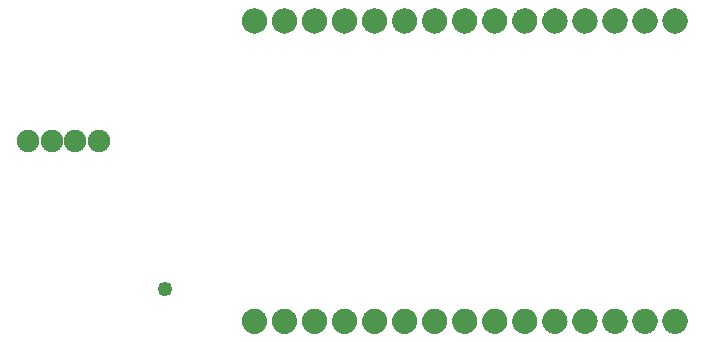
<source format=gts>
G04 MADE WITH FRITZING*
G04 WWW.FRITZING.ORG*
G04 DOUBLE SIDED*
G04 HOLES PLATED*
G04 CONTOUR ON CENTER OF CONTOUR VECTOR*
%ASAXBY*%
%FSLAX23Y23*%
%MOIN*%
%OFA0B0*%
%SFA1.0B1.0*%
%ADD10C,0.075000*%
%ADD11C,0.049370*%
%ADD12R,0.001000X0.001000*%
%LNMASK1*%
G90*
G70*
G54D10*
X488Y775D03*
X409Y775D03*
X331Y775D03*
X252Y775D03*
X488Y775D03*
X409Y775D03*
X331Y775D03*
X252Y775D03*
G54D11*
X708Y283D03*
G54D12*
X1001Y1217D02*
X1013Y1217D01*
X1101Y1217D02*
X1113Y1217D01*
X1201Y1217D02*
X1213Y1217D01*
X1301Y1217D02*
X1313Y1217D01*
X1401Y1217D02*
X1413Y1217D01*
X1501Y1217D02*
X1513Y1217D01*
X1602Y1217D02*
X1614Y1217D01*
X1702Y1217D02*
X1714Y1217D01*
X1802Y1217D02*
X1814Y1217D01*
X1902Y1217D02*
X1914Y1217D01*
X2002Y1217D02*
X2014Y1217D01*
X2102Y1217D02*
X2114Y1217D01*
X2202Y1217D02*
X2214Y1217D01*
X2302Y1217D02*
X2314Y1217D01*
X2403Y1217D02*
X2415Y1217D01*
X996Y1216D02*
X1017Y1216D01*
X1096Y1216D02*
X1118Y1216D01*
X1196Y1216D02*
X1218Y1216D01*
X1296Y1216D02*
X1318Y1216D01*
X1397Y1216D02*
X1418Y1216D01*
X1497Y1216D02*
X1518Y1216D01*
X1597Y1216D02*
X1618Y1216D01*
X1697Y1216D02*
X1718Y1216D01*
X1797Y1216D02*
X1819Y1216D01*
X1897Y1216D02*
X1919Y1216D01*
X1997Y1216D02*
X2019Y1216D01*
X2097Y1216D02*
X2119Y1216D01*
X2198Y1216D02*
X2219Y1216D01*
X2298Y1216D02*
X2319Y1216D01*
X2398Y1216D02*
X2419Y1216D01*
X993Y1215D02*
X1021Y1215D01*
X1093Y1215D02*
X1121Y1215D01*
X1193Y1215D02*
X1221Y1215D01*
X1293Y1215D02*
X1321Y1215D01*
X1393Y1215D02*
X1421Y1215D01*
X1493Y1215D02*
X1521Y1215D01*
X1594Y1215D02*
X1621Y1215D01*
X1694Y1215D02*
X1722Y1215D01*
X1794Y1215D02*
X1822Y1215D01*
X1894Y1215D02*
X1922Y1215D01*
X1994Y1215D02*
X2022Y1215D01*
X2094Y1215D02*
X2122Y1215D01*
X2194Y1215D02*
X2222Y1215D01*
X2295Y1215D02*
X2322Y1215D01*
X2395Y1215D02*
X2423Y1215D01*
X990Y1214D02*
X1023Y1214D01*
X1090Y1214D02*
X1123Y1214D01*
X1191Y1214D02*
X1224Y1214D01*
X1291Y1214D02*
X1324Y1214D01*
X1391Y1214D02*
X1424Y1214D01*
X1491Y1214D02*
X1524Y1214D01*
X1591Y1214D02*
X1624Y1214D01*
X1691Y1214D02*
X1724Y1214D01*
X1791Y1214D02*
X1824Y1214D01*
X1891Y1214D02*
X1924Y1214D01*
X1992Y1214D02*
X2025Y1214D01*
X2092Y1214D02*
X2125Y1214D01*
X2192Y1214D02*
X2225Y1214D01*
X2292Y1214D02*
X2325Y1214D01*
X2392Y1214D02*
X2425Y1214D01*
X988Y1213D02*
X1025Y1213D01*
X1088Y1213D02*
X1125Y1213D01*
X1188Y1213D02*
X1226Y1213D01*
X1289Y1213D02*
X1326Y1213D01*
X1389Y1213D02*
X1426Y1213D01*
X1489Y1213D02*
X1526Y1213D01*
X1589Y1213D02*
X1626Y1213D01*
X1689Y1213D02*
X1726Y1213D01*
X1789Y1213D02*
X1826Y1213D01*
X1889Y1213D02*
X1926Y1213D01*
X1990Y1213D02*
X2027Y1213D01*
X2090Y1213D02*
X2127Y1213D01*
X2190Y1213D02*
X2227Y1213D01*
X2290Y1213D02*
X2327Y1213D01*
X2390Y1213D02*
X2427Y1213D01*
X986Y1212D02*
X1027Y1212D01*
X1087Y1212D02*
X1127Y1212D01*
X1187Y1212D02*
X1227Y1212D01*
X1287Y1212D02*
X1327Y1212D01*
X1387Y1212D02*
X1428Y1212D01*
X1487Y1212D02*
X1528Y1212D01*
X1587Y1212D02*
X1628Y1212D01*
X1687Y1212D02*
X1728Y1212D01*
X1787Y1212D02*
X1828Y1212D01*
X1888Y1212D02*
X1928Y1212D01*
X1988Y1212D02*
X2028Y1212D01*
X2088Y1212D02*
X2129Y1212D01*
X2188Y1212D02*
X2229Y1212D01*
X2288Y1212D02*
X2329Y1212D01*
X2388Y1212D02*
X2429Y1212D01*
X985Y1211D02*
X1029Y1211D01*
X1085Y1211D02*
X1129Y1211D01*
X1185Y1211D02*
X1229Y1211D01*
X1285Y1211D02*
X1329Y1211D01*
X1385Y1211D02*
X1429Y1211D01*
X1485Y1211D02*
X1529Y1211D01*
X1586Y1211D02*
X1630Y1211D01*
X1686Y1211D02*
X1730Y1211D01*
X1786Y1211D02*
X1830Y1211D01*
X1886Y1211D02*
X1930Y1211D01*
X1986Y1211D02*
X2030Y1211D01*
X2086Y1211D02*
X2130Y1211D01*
X2186Y1211D02*
X2230Y1211D01*
X2286Y1211D02*
X2330Y1211D01*
X2387Y1211D02*
X2431Y1211D01*
X983Y1210D02*
X1030Y1210D01*
X1083Y1210D02*
X1130Y1210D01*
X1184Y1210D02*
X1231Y1210D01*
X1284Y1210D02*
X1331Y1210D01*
X1384Y1210D02*
X1431Y1210D01*
X1484Y1210D02*
X1531Y1210D01*
X1584Y1210D02*
X1631Y1210D01*
X1684Y1210D02*
X1731Y1210D01*
X1784Y1210D02*
X1831Y1210D01*
X1884Y1210D02*
X1931Y1210D01*
X1985Y1210D02*
X2032Y1210D01*
X2085Y1210D02*
X2132Y1210D01*
X2185Y1210D02*
X2232Y1210D01*
X2285Y1210D02*
X2332Y1210D01*
X2385Y1210D02*
X2432Y1210D01*
X982Y1209D02*
X1032Y1209D01*
X1082Y1209D02*
X1132Y1209D01*
X1182Y1209D02*
X1232Y1209D01*
X1282Y1209D02*
X1332Y1209D01*
X1382Y1209D02*
X1432Y1209D01*
X1483Y1209D02*
X1532Y1209D01*
X1583Y1209D02*
X1632Y1209D01*
X1683Y1209D02*
X1733Y1209D01*
X1783Y1209D02*
X1833Y1209D01*
X1883Y1209D02*
X1933Y1209D01*
X1983Y1209D02*
X2033Y1209D01*
X2083Y1209D02*
X2133Y1209D01*
X2183Y1209D02*
X2233Y1209D01*
X2284Y1209D02*
X2333Y1209D01*
X2384Y1209D02*
X2433Y1209D01*
X981Y1208D02*
X1033Y1208D01*
X1081Y1208D02*
X1133Y1208D01*
X1181Y1208D02*
X1233Y1208D01*
X1281Y1208D02*
X1333Y1208D01*
X1381Y1208D02*
X1433Y1208D01*
X1481Y1208D02*
X1534Y1208D01*
X1581Y1208D02*
X1634Y1208D01*
X1682Y1208D02*
X1734Y1208D01*
X1782Y1208D02*
X1834Y1208D01*
X1882Y1208D02*
X1934Y1208D01*
X1982Y1208D02*
X2034Y1208D01*
X2082Y1208D02*
X2134Y1208D01*
X2182Y1208D02*
X2235Y1208D01*
X2282Y1208D02*
X2335Y1208D01*
X2382Y1208D02*
X2435Y1208D01*
X979Y1207D02*
X1034Y1207D01*
X1080Y1207D02*
X1134Y1207D01*
X1180Y1207D02*
X1234Y1207D01*
X1280Y1207D02*
X1334Y1207D01*
X1380Y1207D02*
X1435Y1207D01*
X1480Y1207D02*
X1535Y1207D01*
X1580Y1207D02*
X1635Y1207D01*
X1680Y1207D02*
X1735Y1207D01*
X1780Y1207D02*
X1835Y1207D01*
X1881Y1207D02*
X1935Y1207D01*
X1981Y1207D02*
X2035Y1207D01*
X2081Y1207D02*
X2136Y1207D01*
X2181Y1207D02*
X2236Y1207D01*
X2281Y1207D02*
X2336Y1207D01*
X2381Y1207D02*
X2436Y1207D01*
X978Y1206D02*
X1035Y1206D01*
X1078Y1206D02*
X1135Y1206D01*
X1179Y1206D02*
X1235Y1206D01*
X1279Y1206D02*
X1336Y1206D01*
X1379Y1206D02*
X1436Y1206D01*
X1479Y1206D02*
X1536Y1206D01*
X1579Y1206D02*
X1636Y1206D01*
X1679Y1206D02*
X1736Y1206D01*
X1779Y1206D02*
X1836Y1206D01*
X1879Y1206D02*
X1936Y1206D01*
X1980Y1206D02*
X2037Y1206D01*
X2080Y1206D02*
X2137Y1206D01*
X2180Y1206D02*
X2237Y1206D01*
X2280Y1206D02*
X2337Y1206D01*
X2380Y1206D02*
X2437Y1206D01*
X977Y1205D02*
X1036Y1205D01*
X1077Y1205D02*
X1136Y1205D01*
X1178Y1205D02*
X1237Y1205D01*
X1278Y1205D02*
X1337Y1205D01*
X1378Y1205D02*
X1437Y1205D01*
X1478Y1205D02*
X1537Y1205D01*
X1578Y1205D02*
X1637Y1205D01*
X1678Y1205D02*
X1737Y1205D01*
X1778Y1205D02*
X1837Y1205D01*
X1878Y1205D02*
X1937Y1205D01*
X1979Y1205D02*
X2038Y1205D01*
X2079Y1205D02*
X2138Y1205D01*
X2179Y1205D02*
X2238Y1205D01*
X2279Y1205D02*
X2338Y1205D01*
X2379Y1205D02*
X2438Y1205D01*
X976Y1204D02*
X1037Y1204D01*
X1076Y1204D02*
X1137Y1204D01*
X1177Y1204D02*
X1237Y1204D01*
X1277Y1204D02*
X1338Y1204D01*
X1377Y1204D02*
X1438Y1204D01*
X1477Y1204D02*
X1538Y1204D01*
X1577Y1204D02*
X1638Y1204D01*
X1677Y1204D02*
X1738Y1204D01*
X1777Y1204D02*
X1838Y1204D01*
X1878Y1204D02*
X1938Y1204D01*
X1978Y1204D02*
X2038Y1204D01*
X2078Y1204D02*
X2139Y1204D01*
X2178Y1204D02*
X2239Y1204D01*
X2278Y1204D02*
X2339Y1204D01*
X2378Y1204D02*
X2439Y1204D01*
X975Y1203D02*
X1038Y1203D01*
X1076Y1203D02*
X1138Y1203D01*
X1176Y1203D02*
X1238Y1203D01*
X1276Y1203D02*
X1338Y1203D01*
X1376Y1203D02*
X1439Y1203D01*
X1476Y1203D02*
X1539Y1203D01*
X1576Y1203D02*
X1639Y1203D01*
X1676Y1203D02*
X1739Y1203D01*
X1777Y1203D02*
X1839Y1203D01*
X1877Y1203D02*
X1939Y1203D01*
X1977Y1203D02*
X2039Y1203D01*
X2077Y1203D02*
X2140Y1203D01*
X2177Y1203D02*
X2240Y1203D01*
X2277Y1203D02*
X2340Y1203D01*
X2377Y1203D02*
X2440Y1203D01*
X975Y1202D02*
X1039Y1202D01*
X1075Y1202D02*
X1139Y1202D01*
X1175Y1202D02*
X1239Y1202D01*
X1275Y1202D02*
X1339Y1202D01*
X1375Y1202D02*
X1439Y1202D01*
X1475Y1202D02*
X1540Y1202D01*
X1575Y1202D02*
X1640Y1202D01*
X1676Y1202D02*
X1740Y1202D01*
X1776Y1202D02*
X1840Y1202D01*
X1876Y1202D02*
X1940Y1202D01*
X1976Y1202D02*
X2040Y1202D01*
X2076Y1202D02*
X2140Y1202D01*
X2176Y1202D02*
X2240Y1202D01*
X2276Y1202D02*
X2341Y1202D01*
X2376Y1202D02*
X2441Y1202D01*
X974Y1201D02*
X1040Y1201D01*
X1074Y1201D02*
X1140Y1201D01*
X1174Y1201D02*
X1240Y1201D01*
X1274Y1201D02*
X1340Y1201D01*
X1374Y1201D02*
X1440Y1201D01*
X1475Y1201D02*
X1540Y1201D01*
X1575Y1201D02*
X1640Y1201D01*
X1675Y1201D02*
X1741Y1201D01*
X1775Y1201D02*
X1841Y1201D01*
X1875Y1201D02*
X1941Y1201D01*
X1975Y1201D02*
X2041Y1201D01*
X2075Y1201D02*
X2141Y1201D01*
X2175Y1201D02*
X2241Y1201D01*
X2276Y1201D02*
X2341Y1201D01*
X2376Y1201D02*
X2441Y1201D01*
X973Y1200D02*
X1040Y1200D01*
X1073Y1200D02*
X1140Y1200D01*
X1173Y1200D02*
X1241Y1200D01*
X1274Y1200D02*
X1341Y1200D01*
X1374Y1200D02*
X1441Y1200D01*
X1474Y1200D02*
X1541Y1200D01*
X1574Y1200D02*
X1641Y1200D01*
X1674Y1200D02*
X1741Y1200D01*
X1774Y1200D02*
X1841Y1200D01*
X1874Y1200D02*
X1942Y1200D01*
X1974Y1200D02*
X2042Y1200D01*
X2075Y1200D02*
X2142Y1200D01*
X2175Y1200D02*
X2242Y1200D01*
X2275Y1200D02*
X2342Y1200D01*
X2375Y1200D02*
X2442Y1200D01*
X972Y1199D02*
X1041Y1199D01*
X1073Y1199D02*
X1141Y1199D01*
X1173Y1199D02*
X1241Y1199D01*
X1273Y1199D02*
X1341Y1199D01*
X1373Y1199D02*
X1442Y1199D01*
X1473Y1199D02*
X1542Y1199D01*
X1573Y1199D02*
X1642Y1199D01*
X1673Y1199D02*
X1742Y1199D01*
X1773Y1199D02*
X1842Y1199D01*
X1874Y1199D02*
X1942Y1199D01*
X1974Y1199D02*
X2042Y1199D01*
X2074Y1199D02*
X2143Y1199D01*
X2174Y1199D02*
X2243Y1199D01*
X2274Y1199D02*
X2343Y1199D01*
X2374Y1199D02*
X2443Y1199D01*
X972Y1198D02*
X1042Y1198D01*
X1072Y1198D02*
X1142Y1198D01*
X1172Y1198D02*
X1242Y1198D01*
X1272Y1198D02*
X1342Y1198D01*
X1372Y1198D02*
X1442Y1198D01*
X1472Y1198D02*
X1542Y1198D01*
X1573Y1198D02*
X1642Y1198D01*
X1673Y1198D02*
X1743Y1198D01*
X1773Y1198D02*
X1843Y1198D01*
X1873Y1198D02*
X1943Y1198D01*
X1973Y1198D02*
X2043Y1198D01*
X2073Y1198D02*
X2143Y1198D01*
X2173Y1198D02*
X2243Y1198D01*
X2274Y1198D02*
X2343Y1198D01*
X2374Y1198D02*
X2444Y1198D01*
X971Y1197D02*
X1042Y1197D01*
X1071Y1197D02*
X1142Y1197D01*
X1171Y1197D02*
X1243Y1197D01*
X1272Y1197D02*
X1343Y1197D01*
X1372Y1197D02*
X1443Y1197D01*
X1472Y1197D02*
X1543Y1197D01*
X1572Y1197D02*
X1643Y1197D01*
X1672Y1197D02*
X1743Y1197D01*
X1772Y1197D02*
X1843Y1197D01*
X1872Y1197D02*
X1944Y1197D01*
X1972Y1197D02*
X2044Y1197D01*
X2073Y1197D02*
X2144Y1197D01*
X2173Y1197D02*
X2244Y1197D01*
X2273Y1197D02*
X2344Y1197D01*
X2373Y1197D02*
X2444Y1197D01*
X971Y1196D02*
X1043Y1196D01*
X1071Y1196D02*
X1143Y1196D01*
X1171Y1196D02*
X1243Y1196D01*
X1271Y1196D02*
X1343Y1196D01*
X1371Y1196D02*
X1443Y1196D01*
X1471Y1196D02*
X1544Y1196D01*
X1571Y1196D02*
X1644Y1196D01*
X1671Y1196D02*
X1744Y1196D01*
X1772Y1196D02*
X1844Y1196D01*
X1872Y1196D02*
X1944Y1196D01*
X1972Y1196D02*
X2044Y1196D01*
X2072Y1196D02*
X2144Y1196D01*
X2172Y1196D02*
X2245Y1196D01*
X2272Y1196D02*
X2345Y1196D01*
X2372Y1196D02*
X2445Y1196D01*
X970Y1195D02*
X1043Y1195D01*
X1070Y1195D02*
X1144Y1195D01*
X1170Y1195D02*
X1244Y1195D01*
X1270Y1195D02*
X1344Y1195D01*
X1371Y1195D02*
X1444Y1195D01*
X1471Y1195D02*
X1544Y1195D01*
X1571Y1195D02*
X1644Y1195D01*
X1671Y1195D02*
X1744Y1195D01*
X1771Y1195D02*
X1845Y1195D01*
X1871Y1195D02*
X1945Y1195D01*
X1971Y1195D02*
X2045Y1195D01*
X2071Y1195D02*
X2145Y1195D01*
X2172Y1195D02*
X2245Y1195D01*
X2272Y1195D02*
X2345Y1195D01*
X2372Y1195D02*
X2445Y1195D01*
X970Y1194D02*
X1044Y1194D01*
X1070Y1194D02*
X1144Y1194D01*
X1170Y1194D02*
X1244Y1194D01*
X1270Y1194D02*
X1344Y1194D01*
X1370Y1194D02*
X1445Y1194D01*
X1470Y1194D02*
X1545Y1194D01*
X1570Y1194D02*
X1645Y1194D01*
X1670Y1194D02*
X1745Y1194D01*
X1771Y1194D02*
X1845Y1194D01*
X1871Y1194D02*
X1945Y1194D01*
X1971Y1194D02*
X2045Y1194D01*
X2071Y1194D02*
X2145Y1194D01*
X2171Y1194D02*
X2246Y1194D01*
X2271Y1194D02*
X2346Y1194D01*
X2371Y1194D02*
X2446Y1194D01*
X969Y1193D02*
X1044Y1193D01*
X1069Y1193D02*
X1145Y1193D01*
X1169Y1193D02*
X1245Y1193D01*
X1269Y1193D02*
X1345Y1193D01*
X1370Y1193D02*
X1445Y1193D01*
X1470Y1193D02*
X1545Y1193D01*
X1570Y1193D02*
X1645Y1193D01*
X1670Y1193D02*
X1745Y1193D01*
X1770Y1193D02*
X1846Y1193D01*
X1870Y1193D02*
X1946Y1193D01*
X1970Y1193D02*
X2046Y1193D01*
X2070Y1193D02*
X2146Y1193D01*
X2171Y1193D02*
X2246Y1193D01*
X2271Y1193D02*
X2346Y1193D01*
X2371Y1193D02*
X2446Y1193D01*
X969Y1192D02*
X1045Y1192D01*
X1069Y1192D02*
X1145Y1192D01*
X1169Y1192D02*
X1245Y1192D01*
X1269Y1192D02*
X1345Y1192D01*
X1369Y1192D02*
X1445Y1192D01*
X1469Y1192D02*
X1546Y1192D01*
X1569Y1192D02*
X1646Y1192D01*
X1669Y1192D02*
X1746Y1192D01*
X1770Y1192D02*
X1846Y1192D01*
X1870Y1192D02*
X1946Y1192D01*
X1970Y1192D02*
X2046Y1192D01*
X2070Y1192D02*
X2146Y1192D01*
X2170Y1192D02*
X2247Y1192D01*
X2270Y1192D02*
X2347Y1192D01*
X2370Y1192D02*
X2447Y1192D01*
X968Y1191D02*
X1045Y1191D01*
X1068Y1191D02*
X1145Y1191D01*
X1168Y1191D02*
X1246Y1191D01*
X1269Y1191D02*
X1346Y1191D01*
X1369Y1191D02*
X1446Y1191D01*
X1469Y1191D02*
X1546Y1191D01*
X1569Y1191D02*
X1646Y1191D01*
X1669Y1191D02*
X1746Y1191D01*
X1769Y1191D02*
X1846Y1191D01*
X1869Y1191D02*
X1947Y1191D01*
X1969Y1191D02*
X2047Y1191D01*
X2070Y1191D02*
X2147Y1191D01*
X2170Y1191D02*
X2247Y1191D01*
X2270Y1191D02*
X2347Y1191D01*
X2370Y1191D02*
X2447Y1191D01*
X968Y1190D02*
X1046Y1190D01*
X1068Y1190D02*
X1146Y1190D01*
X1168Y1190D02*
X1246Y1190D01*
X1268Y1190D02*
X1346Y1190D01*
X1368Y1190D02*
X1446Y1190D01*
X1468Y1190D02*
X1546Y1190D01*
X1569Y1190D02*
X1646Y1190D01*
X1669Y1190D02*
X1747Y1190D01*
X1769Y1190D02*
X1847Y1190D01*
X1869Y1190D02*
X1947Y1190D01*
X1969Y1190D02*
X2047Y1190D01*
X2069Y1190D02*
X2147Y1190D01*
X2169Y1190D02*
X2247Y1190D01*
X2270Y1190D02*
X2347Y1190D01*
X2370Y1190D02*
X2448Y1190D01*
X967Y1189D02*
X1046Y1189D01*
X1068Y1189D02*
X1146Y1189D01*
X1168Y1189D02*
X1246Y1189D01*
X1268Y1189D02*
X1346Y1189D01*
X1368Y1189D02*
X1447Y1189D01*
X1468Y1189D02*
X1547Y1189D01*
X1568Y1189D02*
X1647Y1189D01*
X1668Y1189D02*
X1747Y1189D01*
X1769Y1189D02*
X1847Y1189D01*
X1869Y1189D02*
X1947Y1189D01*
X1969Y1189D02*
X2047Y1189D01*
X2069Y1189D02*
X2147Y1189D01*
X2169Y1189D02*
X2248Y1189D01*
X2269Y1189D02*
X2348Y1189D01*
X2369Y1189D02*
X2448Y1189D01*
X967Y1188D02*
X1046Y1188D01*
X1067Y1188D02*
X1147Y1188D01*
X1167Y1188D02*
X1247Y1188D01*
X1268Y1188D02*
X1347Y1188D01*
X1368Y1188D02*
X1447Y1188D01*
X1468Y1188D02*
X1547Y1188D01*
X1568Y1188D02*
X1647Y1188D01*
X1668Y1188D02*
X1747Y1188D01*
X1768Y1188D02*
X1847Y1188D01*
X1868Y1188D02*
X1948Y1188D01*
X1968Y1188D02*
X2048Y1188D01*
X2069Y1188D02*
X2148Y1188D01*
X2169Y1188D02*
X2248Y1188D01*
X2269Y1188D02*
X2348Y1188D01*
X2369Y1188D02*
X2448Y1188D01*
X967Y1187D02*
X1047Y1187D01*
X1067Y1187D02*
X1147Y1187D01*
X1167Y1187D02*
X1247Y1187D01*
X1267Y1187D02*
X1347Y1187D01*
X1367Y1187D02*
X1447Y1187D01*
X1468Y1187D02*
X1547Y1187D01*
X1568Y1187D02*
X1647Y1187D01*
X1668Y1187D02*
X1748Y1187D01*
X1768Y1187D02*
X1848Y1187D01*
X1868Y1187D02*
X1948Y1187D01*
X1968Y1187D02*
X2048Y1187D01*
X2068Y1187D02*
X2148Y1187D01*
X2168Y1187D02*
X2248Y1187D01*
X2269Y1187D02*
X2348Y1187D01*
X2369Y1187D02*
X2448Y1187D01*
X967Y1186D02*
X1047Y1186D01*
X1067Y1186D02*
X1147Y1186D01*
X1167Y1186D02*
X1247Y1186D01*
X1267Y1186D02*
X1347Y1186D01*
X1367Y1186D02*
X1447Y1186D01*
X1467Y1186D02*
X1548Y1186D01*
X1567Y1186D02*
X1648Y1186D01*
X1668Y1186D02*
X1748Y1186D01*
X1768Y1186D02*
X1848Y1186D01*
X1868Y1186D02*
X1948Y1186D01*
X1968Y1186D02*
X2048Y1186D01*
X2068Y1186D02*
X2148Y1186D01*
X2168Y1186D02*
X2248Y1186D01*
X2268Y1186D02*
X2349Y1186D01*
X2368Y1186D02*
X2449Y1186D01*
X966Y1185D02*
X1047Y1185D01*
X1067Y1185D02*
X1147Y1185D01*
X1167Y1185D02*
X1247Y1185D01*
X1267Y1185D02*
X1348Y1185D01*
X1367Y1185D02*
X1448Y1185D01*
X1467Y1185D02*
X1548Y1185D01*
X1567Y1185D02*
X1648Y1185D01*
X1667Y1185D02*
X1748Y1185D01*
X1767Y1185D02*
X1848Y1185D01*
X1868Y1185D02*
X1948Y1185D01*
X1968Y1185D02*
X2048Y1185D01*
X2068Y1185D02*
X2149Y1185D01*
X2168Y1185D02*
X2249Y1185D01*
X2268Y1185D02*
X2349Y1185D01*
X2368Y1185D02*
X2449Y1185D01*
X966Y1184D02*
X1047Y1184D01*
X1066Y1184D02*
X1147Y1184D01*
X1166Y1184D02*
X1248Y1184D01*
X1267Y1184D02*
X1348Y1184D01*
X1367Y1184D02*
X1448Y1184D01*
X1467Y1184D02*
X1548Y1184D01*
X1567Y1184D02*
X1648Y1184D01*
X1667Y1184D02*
X1748Y1184D01*
X1767Y1184D02*
X1848Y1184D01*
X1867Y1184D02*
X1949Y1184D01*
X1967Y1184D02*
X2049Y1184D01*
X2068Y1184D02*
X2149Y1184D01*
X2168Y1184D02*
X2249Y1184D01*
X2268Y1184D02*
X2349Y1184D01*
X2368Y1184D02*
X2449Y1184D01*
X966Y1183D02*
X1048Y1183D01*
X1066Y1183D02*
X1148Y1183D01*
X1166Y1183D02*
X1248Y1183D01*
X1266Y1183D02*
X1348Y1183D01*
X1366Y1183D02*
X1448Y1183D01*
X1467Y1183D02*
X1548Y1183D01*
X1567Y1183D02*
X1648Y1183D01*
X1667Y1183D02*
X1748Y1183D01*
X1767Y1183D02*
X1849Y1183D01*
X1867Y1183D02*
X1949Y1183D01*
X1967Y1183D02*
X2049Y1183D01*
X2067Y1183D02*
X2149Y1183D01*
X2168Y1183D02*
X2249Y1183D01*
X2268Y1183D02*
X2349Y1183D01*
X2368Y1183D02*
X2449Y1183D01*
X966Y1182D02*
X1048Y1182D01*
X1066Y1182D02*
X1148Y1182D01*
X1166Y1182D02*
X1248Y1182D01*
X1266Y1182D02*
X1348Y1182D01*
X1366Y1182D02*
X1448Y1182D01*
X1466Y1182D02*
X1548Y1182D01*
X1567Y1182D02*
X1648Y1182D01*
X1667Y1182D02*
X1749Y1182D01*
X1767Y1182D02*
X1849Y1182D01*
X1867Y1182D02*
X1949Y1182D01*
X1967Y1182D02*
X2049Y1182D01*
X2067Y1182D02*
X2149Y1182D01*
X2167Y1182D02*
X2249Y1182D01*
X2268Y1182D02*
X2349Y1182D01*
X2368Y1182D02*
X2450Y1182D01*
X966Y1181D02*
X1048Y1181D01*
X1066Y1181D02*
X1148Y1181D01*
X1166Y1181D02*
X1248Y1181D01*
X1266Y1181D02*
X1348Y1181D01*
X1366Y1181D02*
X1448Y1181D01*
X1466Y1181D02*
X1549Y1181D01*
X1566Y1181D02*
X1649Y1181D01*
X1667Y1181D02*
X1749Y1181D01*
X1767Y1181D02*
X1849Y1181D01*
X1867Y1181D02*
X1949Y1181D01*
X1967Y1181D02*
X2049Y1181D01*
X2067Y1181D02*
X2149Y1181D01*
X2167Y1181D02*
X2249Y1181D01*
X2267Y1181D02*
X2350Y1181D01*
X2367Y1181D02*
X2450Y1181D01*
X965Y1180D02*
X1048Y1180D01*
X1066Y1180D02*
X1148Y1180D01*
X1166Y1180D02*
X1248Y1180D01*
X1266Y1180D02*
X1348Y1180D01*
X1366Y1180D02*
X1449Y1180D01*
X1466Y1180D02*
X1549Y1180D01*
X1566Y1180D02*
X1649Y1180D01*
X1666Y1180D02*
X1749Y1180D01*
X1767Y1180D02*
X1849Y1180D01*
X1867Y1180D02*
X1949Y1180D01*
X1967Y1180D02*
X2049Y1180D01*
X2067Y1180D02*
X2149Y1180D01*
X2167Y1180D02*
X2250Y1180D01*
X2267Y1180D02*
X2350Y1180D01*
X2367Y1180D02*
X2450Y1180D01*
X965Y1179D02*
X1048Y1179D01*
X1066Y1179D02*
X1148Y1179D01*
X1166Y1179D02*
X1248Y1179D01*
X1266Y1179D02*
X1348Y1179D01*
X1366Y1179D02*
X1449Y1179D01*
X1466Y1179D02*
X1549Y1179D01*
X1566Y1179D02*
X1649Y1179D01*
X1666Y1179D02*
X1749Y1179D01*
X1766Y1179D02*
X1849Y1179D01*
X1867Y1179D02*
X1949Y1179D01*
X1967Y1179D02*
X2049Y1179D01*
X2067Y1179D02*
X2150Y1179D01*
X2167Y1179D02*
X2250Y1179D01*
X2267Y1179D02*
X2350Y1179D01*
X2367Y1179D02*
X2450Y1179D01*
X965Y1178D02*
X1048Y1178D01*
X1065Y1178D02*
X1148Y1178D01*
X1166Y1178D02*
X1248Y1178D01*
X1266Y1178D02*
X1349Y1178D01*
X1366Y1178D02*
X1449Y1178D01*
X1466Y1178D02*
X1549Y1178D01*
X1566Y1178D02*
X1649Y1178D01*
X1666Y1178D02*
X1749Y1178D01*
X1766Y1178D02*
X1849Y1178D01*
X1867Y1178D02*
X1949Y1178D01*
X1967Y1178D02*
X2049Y1178D01*
X2067Y1178D02*
X2150Y1178D01*
X2167Y1178D02*
X2250Y1178D01*
X2267Y1178D02*
X2350Y1178D01*
X2367Y1178D02*
X2450Y1178D01*
X965Y1177D02*
X1048Y1177D01*
X1065Y1177D02*
X1148Y1177D01*
X1166Y1177D02*
X1248Y1177D01*
X1266Y1177D02*
X1349Y1177D01*
X1366Y1177D02*
X1449Y1177D01*
X1466Y1177D02*
X1549Y1177D01*
X1566Y1177D02*
X1649Y1177D01*
X1666Y1177D02*
X1749Y1177D01*
X1766Y1177D02*
X1849Y1177D01*
X1866Y1177D02*
X1949Y1177D01*
X1967Y1177D02*
X2050Y1177D01*
X2067Y1177D02*
X2150Y1177D01*
X2167Y1177D02*
X2250Y1177D01*
X2267Y1177D02*
X2350Y1177D01*
X2367Y1177D02*
X2450Y1177D01*
X965Y1176D02*
X1048Y1176D01*
X1065Y1176D02*
X1148Y1176D01*
X1166Y1176D02*
X1249Y1176D01*
X1266Y1176D02*
X1349Y1176D01*
X1366Y1176D02*
X1449Y1176D01*
X1466Y1176D02*
X1549Y1176D01*
X1566Y1176D02*
X1649Y1176D01*
X1666Y1176D02*
X1749Y1176D01*
X1766Y1176D02*
X1849Y1176D01*
X1866Y1176D02*
X1949Y1176D01*
X1967Y1176D02*
X2050Y1176D01*
X2067Y1176D02*
X2150Y1176D01*
X2167Y1176D02*
X2250Y1176D01*
X2267Y1176D02*
X2350Y1176D01*
X2367Y1176D02*
X2450Y1176D01*
X965Y1175D02*
X1048Y1175D01*
X1065Y1175D02*
X1148Y1175D01*
X1166Y1175D02*
X1249Y1175D01*
X1266Y1175D02*
X1349Y1175D01*
X1366Y1175D02*
X1449Y1175D01*
X1466Y1175D02*
X1549Y1175D01*
X1566Y1175D02*
X1649Y1175D01*
X1666Y1175D02*
X1749Y1175D01*
X1766Y1175D02*
X1849Y1175D01*
X1866Y1175D02*
X1949Y1175D01*
X1967Y1175D02*
X2050Y1175D01*
X2067Y1175D02*
X2150Y1175D01*
X2167Y1175D02*
X2250Y1175D01*
X2267Y1175D02*
X2350Y1175D01*
X2367Y1175D02*
X2450Y1175D01*
X965Y1174D02*
X1048Y1174D01*
X1065Y1174D02*
X1148Y1174D01*
X1166Y1174D02*
X1248Y1174D01*
X1266Y1174D02*
X1349Y1174D01*
X1366Y1174D02*
X1449Y1174D01*
X1466Y1174D02*
X1549Y1174D01*
X1566Y1174D02*
X1649Y1174D01*
X1666Y1174D02*
X1749Y1174D01*
X1766Y1174D02*
X1849Y1174D01*
X1866Y1174D02*
X1949Y1174D01*
X1967Y1174D02*
X2050Y1174D01*
X2067Y1174D02*
X2150Y1174D01*
X2167Y1174D02*
X2250Y1174D01*
X2267Y1174D02*
X2350Y1174D01*
X2367Y1174D02*
X2450Y1174D01*
X965Y1173D02*
X1048Y1173D01*
X1065Y1173D02*
X1148Y1173D01*
X1166Y1173D02*
X1248Y1173D01*
X1266Y1173D02*
X1349Y1173D01*
X1366Y1173D02*
X1449Y1173D01*
X1466Y1173D02*
X1549Y1173D01*
X1566Y1173D02*
X1649Y1173D01*
X1666Y1173D02*
X1749Y1173D01*
X1766Y1173D02*
X1849Y1173D01*
X1867Y1173D02*
X1949Y1173D01*
X1967Y1173D02*
X2049Y1173D01*
X2067Y1173D02*
X2150Y1173D01*
X2167Y1173D02*
X2250Y1173D01*
X2267Y1173D02*
X2350Y1173D01*
X2367Y1173D02*
X2450Y1173D01*
X965Y1172D02*
X1048Y1172D01*
X1066Y1172D02*
X1148Y1172D01*
X1166Y1172D02*
X1248Y1172D01*
X1266Y1172D02*
X1348Y1172D01*
X1366Y1172D02*
X1449Y1172D01*
X1466Y1172D02*
X1549Y1172D01*
X1566Y1172D02*
X1649Y1172D01*
X1666Y1172D02*
X1749Y1172D01*
X1766Y1172D02*
X1849Y1172D01*
X1867Y1172D02*
X1949Y1172D01*
X1967Y1172D02*
X2049Y1172D01*
X2067Y1172D02*
X2150Y1172D01*
X2167Y1172D02*
X2250Y1172D01*
X2267Y1172D02*
X2350Y1172D01*
X2367Y1172D02*
X2450Y1172D01*
X966Y1171D02*
X1048Y1171D01*
X1066Y1171D02*
X1148Y1171D01*
X1166Y1171D02*
X1248Y1171D01*
X1266Y1171D02*
X1348Y1171D01*
X1366Y1171D02*
X1449Y1171D01*
X1466Y1171D02*
X1549Y1171D01*
X1566Y1171D02*
X1649Y1171D01*
X1666Y1171D02*
X1749Y1171D01*
X1767Y1171D02*
X1849Y1171D01*
X1867Y1171D02*
X1949Y1171D01*
X1967Y1171D02*
X2049Y1171D01*
X2067Y1171D02*
X2149Y1171D01*
X2167Y1171D02*
X2250Y1171D01*
X2267Y1171D02*
X2350Y1171D01*
X2367Y1171D02*
X2450Y1171D01*
X966Y1170D02*
X1048Y1170D01*
X1066Y1170D02*
X1148Y1170D01*
X1166Y1170D02*
X1248Y1170D01*
X1266Y1170D02*
X1348Y1170D01*
X1366Y1170D02*
X1448Y1170D01*
X1466Y1170D02*
X1548Y1170D01*
X1566Y1170D02*
X1649Y1170D01*
X1667Y1170D02*
X1749Y1170D01*
X1767Y1170D02*
X1849Y1170D01*
X1867Y1170D02*
X1949Y1170D01*
X1967Y1170D02*
X2049Y1170D01*
X2067Y1170D02*
X2149Y1170D01*
X2167Y1170D02*
X2249Y1170D01*
X2267Y1170D02*
X2350Y1170D01*
X2368Y1170D02*
X2450Y1170D01*
X966Y1169D02*
X1048Y1169D01*
X1066Y1169D02*
X1148Y1169D01*
X1166Y1169D02*
X1248Y1169D01*
X1266Y1169D02*
X1348Y1169D01*
X1366Y1169D02*
X1448Y1169D01*
X1466Y1169D02*
X1548Y1169D01*
X1567Y1169D02*
X1648Y1169D01*
X1667Y1169D02*
X1749Y1169D01*
X1767Y1169D02*
X1849Y1169D01*
X1867Y1169D02*
X1949Y1169D01*
X1967Y1169D02*
X2049Y1169D01*
X2067Y1169D02*
X2149Y1169D01*
X2167Y1169D02*
X2249Y1169D01*
X2268Y1169D02*
X2349Y1169D01*
X2368Y1169D02*
X2450Y1169D01*
X966Y1168D02*
X1048Y1168D01*
X1066Y1168D02*
X1148Y1168D01*
X1166Y1168D02*
X1248Y1168D01*
X1266Y1168D02*
X1348Y1168D01*
X1367Y1168D02*
X1448Y1168D01*
X1467Y1168D02*
X1548Y1168D01*
X1567Y1168D02*
X1648Y1168D01*
X1667Y1168D02*
X1748Y1168D01*
X1767Y1168D02*
X1849Y1168D01*
X1867Y1168D02*
X1949Y1168D01*
X1967Y1168D02*
X2049Y1168D01*
X2067Y1168D02*
X2149Y1168D01*
X2168Y1168D02*
X2249Y1168D01*
X2268Y1168D02*
X2349Y1168D01*
X2368Y1168D02*
X2449Y1168D01*
X966Y1167D02*
X1047Y1167D01*
X1066Y1167D02*
X1147Y1167D01*
X1166Y1167D02*
X1248Y1167D01*
X1267Y1167D02*
X1348Y1167D01*
X1367Y1167D02*
X1448Y1167D01*
X1467Y1167D02*
X1548Y1167D01*
X1567Y1167D02*
X1648Y1167D01*
X1667Y1167D02*
X1748Y1167D01*
X1767Y1167D02*
X1848Y1167D01*
X1867Y1167D02*
X1949Y1167D01*
X1967Y1167D02*
X2049Y1167D01*
X2068Y1167D02*
X2149Y1167D01*
X2168Y1167D02*
X2249Y1167D01*
X2268Y1167D02*
X2349Y1167D01*
X2368Y1167D02*
X2449Y1167D01*
X966Y1166D02*
X1047Y1166D01*
X1067Y1166D02*
X1147Y1166D01*
X1167Y1166D02*
X1247Y1166D01*
X1267Y1166D02*
X1347Y1166D01*
X1367Y1166D02*
X1448Y1166D01*
X1467Y1166D02*
X1548Y1166D01*
X1567Y1166D02*
X1648Y1166D01*
X1667Y1166D02*
X1748Y1166D01*
X1767Y1166D02*
X1848Y1166D01*
X1868Y1166D02*
X1948Y1166D01*
X1968Y1166D02*
X2048Y1166D01*
X2068Y1166D02*
X2149Y1166D01*
X2168Y1166D02*
X2249Y1166D01*
X2268Y1166D02*
X2349Y1166D01*
X2368Y1166D02*
X2449Y1166D01*
X967Y1165D02*
X1047Y1165D01*
X1067Y1165D02*
X1147Y1165D01*
X1167Y1165D02*
X1247Y1165D01*
X1267Y1165D02*
X1347Y1165D01*
X1367Y1165D02*
X1447Y1165D01*
X1467Y1165D02*
X1547Y1165D01*
X1567Y1165D02*
X1648Y1165D01*
X1668Y1165D02*
X1748Y1165D01*
X1768Y1165D02*
X1848Y1165D01*
X1868Y1165D02*
X1948Y1165D01*
X1968Y1165D02*
X2048Y1165D01*
X2068Y1165D02*
X2148Y1165D01*
X2168Y1165D02*
X2248Y1165D01*
X2268Y1165D02*
X2349Y1165D01*
X2369Y1165D02*
X2449Y1165D01*
X967Y1164D02*
X1047Y1164D01*
X1067Y1164D02*
X1147Y1164D01*
X1167Y1164D02*
X1247Y1164D01*
X1267Y1164D02*
X1347Y1164D01*
X1367Y1164D02*
X1447Y1164D01*
X1468Y1164D02*
X1547Y1164D01*
X1568Y1164D02*
X1647Y1164D01*
X1668Y1164D02*
X1748Y1164D01*
X1768Y1164D02*
X1848Y1164D01*
X1868Y1164D02*
X1948Y1164D01*
X1968Y1164D02*
X2048Y1164D01*
X2068Y1164D02*
X2148Y1164D01*
X2168Y1164D02*
X2248Y1164D01*
X2269Y1164D02*
X2348Y1164D01*
X2369Y1164D02*
X2448Y1164D01*
X967Y1163D02*
X1046Y1163D01*
X1067Y1163D02*
X1146Y1163D01*
X1167Y1163D02*
X1247Y1163D01*
X1268Y1163D02*
X1347Y1163D01*
X1368Y1163D02*
X1447Y1163D01*
X1468Y1163D02*
X1547Y1163D01*
X1568Y1163D02*
X1647Y1163D01*
X1668Y1163D02*
X1747Y1163D01*
X1768Y1163D02*
X1847Y1163D01*
X1868Y1163D02*
X1948Y1163D01*
X1968Y1163D02*
X2048Y1163D01*
X2069Y1163D02*
X2148Y1163D01*
X2169Y1163D02*
X2248Y1163D01*
X2269Y1163D02*
X2348Y1163D01*
X2369Y1163D02*
X2448Y1163D01*
X968Y1162D02*
X1046Y1162D01*
X1068Y1162D02*
X1146Y1162D01*
X1168Y1162D02*
X1246Y1162D01*
X1268Y1162D02*
X1346Y1162D01*
X1368Y1162D02*
X1447Y1162D01*
X1468Y1162D02*
X1547Y1162D01*
X1568Y1162D02*
X1647Y1162D01*
X1668Y1162D02*
X1747Y1162D01*
X1769Y1162D02*
X1847Y1162D01*
X1869Y1162D02*
X1947Y1162D01*
X1969Y1162D02*
X2047Y1162D01*
X2069Y1162D02*
X2147Y1162D01*
X2169Y1162D02*
X2248Y1162D01*
X2269Y1162D02*
X2348Y1162D01*
X2369Y1162D02*
X2448Y1162D01*
X968Y1161D02*
X1046Y1161D01*
X1068Y1161D02*
X1146Y1161D01*
X1168Y1161D02*
X1246Y1161D01*
X1268Y1161D02*
X1346Y1161D01*
X1368Y1161D02*
X1446Y1161D01*
X1469Y1161D02*
X1546Y1161D01*
X1569Y1161D02*
X1646Y1161D01*
X1669Y1161D02*
X1747Y1161D01*
X1769Y1161D02*
X1847Y1161D01*
X1869Y1161D02*
X1947Y1161D01*
X1969Y1161D02*
X2047Y1161D01*
X2069Y1161D02*
X2147Y1161D01*
X2169Y1161D02*
X2247Y1161D01*
X2270Y1161D02*
X2347Y1161D01*
X2370Y1161D02*
X2447Y1161D01*
X968Y1160D02*
X1045Y1160D01*
X1068Y1160D02*
X1145Y1160D01*
X1169Y1160D02*
X1246Y1160D01*
X1269Y1160D02*
X1346Y1160D01*
X1369Y1160D02*
X1446Y1160D01*
X1469Y1160D02*
X1546Y1160D01*
X1569Y1160D02*
X1646Y1160D01*
X1669Y1160D02*
X1746Y1160D01*
X1769Y1160D02*
X1846Y1160D01*
X1869Y1160D02*
X1946Y1160D01*
X1970Y1160D02*
X2047Y1160D01*
X2070Y1160D02*
X2147Y1160D01*
X2170Y1160D02*
X2247Y1160D01*
X2270Y1160D02*
X2347Y1160D01*
X2370Y1160D02*
X2447Y1160D01*
X969Y1159D02*
X1045Y1159D01*
X1069Y1159D02*
X1145Y1159D01*
X1169Y1159D02*
X1245Y1159D01*
X1269Y1159D02*
X1345Y1159D01*
X1369Y1159D02*
X1445Y1159D01*
X1469Y1159D02*
X1546Y1159D01*
X1569Y1159D02*
X1646Y1159D01*
X1670Y1159D02*
X1746Y1159D01*
X1770Y1159D02*
X1846Y1159D01*
X1870Y1159D02*
X1946Y1159D01*
X1970Y1159D02*
X2046Y1159D01*
X2070Y1159D02*
X2146Y1159D01*
X2170Y1159D02*
X2246Y1159D01*
X2270Y1159D02*
X2347Y1159D01*
X2370Y1159D02*
X2447Y1159D01*
X969Y1158D02*
X1044Y1158D01*
X1069Y1158D02*
X1145Y1158D01*
X1169Y1158D02*
X1245Y1158D01*
X1270Y1158D02*
X1345Y1158D01*
X1370Y1158D02*
X1445Y1158D01*
X1470Y1158D02*
X1545Y1158D01*
X1570Y1158D02*
X1645Y1158D01*
X1670Y1158D02*
X1745Y1158D01*
X1770Y1158D02*
X1845Y1158D01*
X1870Y1158D02*
X1946Y1158D01*
X1970Y1158D02*
X2046Y1158D01*
X2071Y1158D02*
X2146Y1158D01*
X2171Y1158D02*
X2246Y1158D01*
X2271Y1158D02*
X2346Y1158D01*
X2371Y1158D02*
X2446Y1158D01*
X970Y1157D02*
X1044Y1157D01*
X1070Y1157D02*
X1144Y1157D01*
X1170Y1157D02*
X1244Y1157D01*
X1270Y1157D02*
X1344Y1157D01*
X1370Y1157D02*
X1444Y1157D01*
X1470Y1157D02*
X1545Y1157D01*
X1570Y1157D02*
X1645Y1157D01*
X1671Y1157D02*
X1745Y1157D01*
X1771Y1157D02*
X1845Y1157D01*
X1871Y1157D02*
X1945Y1157D01*
X1971Y1157D02*
X2045Y1157D01*
X2071Y1157D02*
X2145Y1157D01*
X2171Y1157D02*
X2245Y1157D01*
X2271Y1157D02*
X2346Y1157D01*
X2371Y1157D02*
X2446Y1157D01*
X970Y1156D02*
X1043Y1156D01*
X1070Y1156D02*
X1144Y1156D01*
X1170Y1156D02*
X1244Y1156D01*
X1270Y1156D02*
X1344Y1156D01*
X1371Y1156D02*
X1444Y1156D01*
X1471Y1156D02*
X1544Y1156D01*
X1571Y1156D02*
X1644Y1156D01*
X1671Y1156D02*
X1744Y1156D01*
X1771Y1156D02*
X1844Y1156D01*
X1871Y1156D02*
X1945Y1156D01*
X1971Y1156D02*
X2045Y1156D01*
X2072Y1156D02*
X2145Y1156D01*
X2172Y1156D02*
X2245Y1156D01*
X2272Y1156D02*
X2345Y1156D01*
X2372Y1156D02*
X2445Y1156D01*
X971Y1155D02*
X1043Y1155D01*
X1071Y1155D02*
X1143Y1155D01*
X1171Y1155D02*
X1243Y1155D01*
X1271Y1155D02*
X1343Y1155D01*
X1371Y1155D02*
X1443Y1155D01*
X1471Y1155D02*
X1543Y1155D01*
X1571Y1155D02*
X1644Y1155D01*
X1672Y1155D02*
X1744Y1155D01*
X1772Y1155D02*
X1844Y1155D01*
X1872Y1155D02*
X1944Y1155D01*
X1972Y1155D02*
X2044Y1155D01*
X2072Y1155D02*
X2144Y1155D01*
X2172Y1155D02*
X2244Y1155D01*
X2272Y1155D02*
X2345Y1155D01*
X2373Y1155D02*
X2445Y1155D01*
X971Y1154D02*
X1042Y1154D01*
X1071Y1154D02*
X1142Y1154D01*
X1172Y1154D02*
X1242Y1154D01*
X1272Y1154D02*
X1343Y1154D01*
X1372Y1154D02*
X1443Y1154D01*
X1472Y1154D02*
X1543Y1154D01*
X1572Y1154D02*
X1643Y1154D01*
X1672Y1154D02*
X1743Y1154D01*
X1772Y1154D02*
X1843Y1154D01*
X1872Y1154D02*
X1943Y1154D01*
X1973Y1154D02*
X2044Y1154D01*
X2073Y1154D02*
X2144Y1154D01*
X2173Y1154D02*
X2244Y1154D01*
X2273Y1154D02*
X2344Y1154D01*
X2373Y1154D02*
X2444Y1154D01*
X972Y1153D02*
X1042Y1153D01*
X1072Y1153D02*
X1142Y1153D01*
X1172Y1153D02*
X1242Y1153D01*
X1272Y1153D02*
X1342Y1153D01*
X1372Y1153D02*
X1442Y1153D01*
X1473Y1153D02*
X1542Y1153D01*
X1573Y1153D02*
X1642Y1153D01*
X1673Y1153D02*
X1743Y1153D01*
X1773Y1153D02*
X1843Y1153D01*
X1873Y1153D02*
X1943Y1153D01*
X1973Y1153D02*
X2043Y1153D01*
X2073Y1153D02*
X2143Y1153D01*
X2173Y1153D02*
X2243Y1153D01*
X2274Y1153D02*
X2343Y1153D01*
X2374Y1153D02*
X2443Y1153D01*
X973Y1152D02*
X1041Y1152D01*
X1073Y1152D02*
X1141Y1152D01*
X1173Y1152D02*
X1241Y1152D01*
X1273Y1152D02*
X1341Y1152D01*
X1373Y1152D02*
X1441Y1152D01*
X1473Y1152D02*
X1542Y1152D01*
X1573Y1152D02*
X1642Y1152D01*
X1673Y1152D02*
X1742Y1152D01*
X1774Y1152D02*
X1842Y1152D01*
X1874Y1152D02*
X1942Y1152D01*
X1974Y1152D02*
X2042Y1152D01*
X2074Y1152D02*
X2142Y1152D01*
X2174Y1152D02*
X2243Y1152D01*
X2274Y1152D02*
X2343Y1152D01*
X2374Y1152D02*
X2443Y1152D01*
X973Y1151D02*
X1040Y1151D01*
X1073Y1151D02*
X1140Y1151D01*
X1174Y1151D02*
X1241Y1151D01*
X1274Y1151D02*
X1341Y1151D01*
X1374Y1151D02*
X1441Y1151D01*
X1474Y1151D02*
X1541Y1151D01*
X1574Y1151D02*
X1641Y1151D01*
X1674Y1151D02*
X1741Y1151D01*
X1774Y1151D02*
X1841Y1151D01*
X1874Y1151D02*
X1941Y1151D01*
X1975Y1151D02*
X2042Y1151D01*
X2075Y1151D02*
X2142Y1151D01*
X2175Y1151D02*
X2242Y1151D01*
X2275Y1151D02*
X2342Y1151D01*
X2375Y1151D02*
X2442Y1151D01*
X974Y1150D02*
X1040Y1150D01*
X1074Y1150D02*
X1140Y1150D01*
X1174Y1150D02*
X1240Y1150D01*
X1274Y1150D02*
X1340Y1150D01*
X1375Y1150D02*
X1440Y1150D01*
X1475Y1150D02*
X1540Y1150D01*
X1575Y1150D02*
X1640Y1150D01*
X1675Y1150D02*
X1740Y1150D01*
X1775Y1150D02*
X1841Y1150D01*
X1875Y1150D02*
X1941Y1150D01*
X1975Y1150D02*
X2041Y1150D01*
X2075Y1150D02*
X2141Y1150D01*
X2176Y1150D02*
X2241Y1150D01*
X2276Y1150D02*
X2341Y1150D01*
X2376Y1150D02*
X2441Y1150D01*
X975Y1149D02*
X1039Y1149D01*
X1075Y1149D02*
X1139Y1149D01*
X1175Y1149D02*
X1239Y1149D01*
X1275Y1149D02*
X1339Y1149D01*
X1375Y1149D02*
X1439Y1149D01*
X1475Y1149D02*
X1539Y1149D01*
X1576Y1149D02*
X1640Y1149D01*
X1676Y1149D02*
X1740Y1149D01*
X1776Y1149D02*
X1840Y1149D01*
X1876Y1149D02*
X1940Y1149D01*
X1976Y1149D02*
X2040Y1149D01*
X2076Y1149D02*
X2140Y1149D01*
X2176Y1149D02*
X2240Y1149D01*
X2276Y1149D02*
X2340Y1149D01*
X2377Y1149D02*
X2441Y1149D01*
X976Y1148D02*
X1038Y1148D01*
X1076Y1148D02*
X1138Y1148D01*
X1176Y1148D02*
X1238Y1148D01*
X1276Y1148D02*
X1338Y1148D01*
X1376Y1148D02*
X1438Y1148D01*
X1476Y1148D02*
X1539Y1148D01*
X1576Y1148D02*
X1639Y1148D01*
X1677Y1148D02*
X1739Y1148D01*
X1777Y1148D02*
X1839Y1148D01*
X1877Y1148D02*
X1939Y1148D01*
X1977Y1148D02*
X2039Y1148D01*
X2077Y1148D02*
X2139Y1148D01*
X2177Y1148D02*
X2239Y1148D01*
X2277Y1148D02*
X2340Y1148D01*
X2377Y1148D02*
X2440Y1148D01*
X977Y1147D02*
X1037Y1147D01*
X1077Y1147D02*
X1137Y1147D01*
X1177Y1147D02*
X1237Y1147D01*
X1277Y1147D02*
X1337Y1147D01*
X1377Y1147D02*
X1438Y1147D01*
X1477Y1147D02*
X1538Y1147D01*
X1577Y1147D02*
X1638Y1147D01*
X1677Y1147D02*
X1738Y1147D01*
X1778Y1147D02*
X1838Y1147D01*
X1878Y1147D02*
X1938Y1147D01*
X1978Y1147D02*
X2038Y1147D01*
X2078Y1147D02*
X2138Y1147D01*
X2178Y1147D02*
X2239Y1147D01*
X2278Y1147D02*
X2339Y1147D01*
X2378Y1147D02*
X2439Y1147D01*
X977Y1146D02*
X1036Y1146D01*
X1078Y1146D02*
X1136Y1146D01*
X1178Y1146D02*
X1236Y1146D01*
X1278Y1146D02*
X1337Y1146D01*
X1378Y1146D02*
X1437Y1146D01*
X1478Y1146D02*
X1537Y1146D01*
X1578Y1146D02*
X1637Y1146D01*
X1678Y1146D02*
X1737Y1146D01*
X1778Y1146D02*
X1837Y1146D01*
X1879Y1146D02*
X1937Y1146D01*
X1979Y1146D02*
X2037Y1146D01*
X2079Y1146D02*
X2138Y1146D01*
X2179Y1146D02*
X2238Y1146D01*
X2279Y1146D02*
X2338Y1146D01*
X2379Y1146D02*
X2438Y1146D01*
X978Y1145D02*
X1035Y1145D01*
X1079Y1145D02*
X1135Y1145D01*
X1179Y1145D02*
X1235Y1145D01*
X1279Y1145D02*
X1335Y1145D01*
X1379Y1145D02*
X1436Y1145D01*
X1479Y1145D02*
X1536Y1145D01*
X1579Y1145D02*
X1636Y1145D01*
X1679Y1145D02*
X1736Y1145D01*
X1780Y1145D02*
X1836Y1145D01*
X1880Y1145D02*
X1936Y1145D01*
X1980Y1145D02*
X2036Y1145D01*
X2080Y1145D02*
X2136Y1145D01*
X2180Y1145D02*
X2237Y1145D01*
X2280Y1145D02*
X2337Y1145D01*
X2380Y1145D02*
X2437Y1145D01*
X980Y1144D02*
X1034Y1144D01*
X1080Y1144D02*
X1134Y1144D01*
X1180Y1144D02*
X1234Y1144D01*
X1280Y1144D02*
X1334Y1144D01*
X1380Y1144D02*
X1434Y1144D01*
X1480Y1144D02*
X1535Y1144D01*
X1580Y1144D02*
X1635Y1144D01*
X1681Y1144D02*
X1735Y1144D01*
X1781Y1144D02*
X1835Y1144D01*
X1881Y1144D02*
X1935Y1144D01*
X1981Y1144D02*
X2035Y1144D01*
X2081Y1144D02*
X2135Y1144D01*
X2181Y1144D02*
X2235Y1144D01*
X2281Y1144D02*
X2336Y1144D01*
X2381Y1144D02*
X2436Y1144D01*
X981Y1143D02*
X1033Y1143D01*
X1081Y1143D02*
X1133Y1143D01*
X1181Y1143D02*
X1233Y1143D01*
X1281Y1143D02*
X1333Y1143D01*
X1381Y1143D02*
X1433Y1143D01*
X1481Y1143D02*
X1533Y1143D01*
X1582Y1143D02*
X1634Y1143D01*
X1682Y1143D02*
X1734Y1143D01*
X1782Y1143D02*
X1834Y1143D01*
X1882Y1143D02*
X1934Y1143D01*
X1982Y1143D02*
X2034Y1143D01*
X2082Y1143D02*
X2134Y1143D01*
X2182Y1143D02*
X2234Y1143D01*
X2282Y1143D02*
X2334Y1143D01*
X2383Y1143D02*
X2435Y1143D01*
X982Y1142D02*
X1031Y1142D01*
X1082Y1142D02*
X1131Y1142D01*
X1182Y1142D02*
X1232Y1142D01*
X1283Y1142D02*
X1332Y1142D01*
X1383Y1142D02*
X1432Y1142D01*
X1483Y1142D02*
X1532Y1142D01*
X1583Y1142D02*
X1632Y1142D01*
X1683Y1142D02*
X1732Y1142D01*
X1783Y1142D02*
X1832Y1142D01*
X1883Y1142D02*
X1933Y1142D01*
X1983Y1142D02*
X2033Y1142D01*
X2084Y1142D02*
X2133Y1142D01*
X2184Y1142D02*
X2233Y1142D01*
X2284Y1142D02*
X2333Y1142D01*
X2384Y1142D02*
X2433Y1142D01*
X984Y1141D02*
X1030Y1141D01*
X1084Y1141D02*
X1130Y1141D01*
X1184Y1141D02*
X1230Y1141D01*
X1284Y1141D02*
X1330Y1141D01*
X1384Y1141D02*
X1431Y1141D01*
X1484Y1141D02*
X1531Y1141D01*
X1584Y1141D02*
X1631Y1141D01*
X1684Y1141D02*
X1731Y1141D01*
X1785Y1141D02*
X1831Y1141D01*
X1885Y1141D02*
X1931Y1141D01*
X1985Y1141D02*
X2031Y1141D01*
X2085Y1141D02*
X2131Y1141D01*
X2185Y1141D02*
X2232Y1141D01*
X2285Y1141D02*
X2332Y1141D01*
X2385Y1141D02*
X2432Y1141D01*
X985Y1140D02*
X1028Y1140D01*
X1085Y1140D02*
X1129Y1140D01*
X1185Y1140D02*
X1229Y1140D01*
X1285Y1140D02*
X1329Y1140D01*
X1386Y1140D02*
X1429Y1140D01*
X1486Y1140D02*
X1529Y1140D01*
X1586Y1140D02*
X1629Y1140D01*
X1686Y1140D02*
X1729Y1140D01*
X1786Y1140D02*
X1829Y1140D01*
X1886Y1140D02*
X1930Y1140D01*
X1986Y1140D02*
X2030Y1140D01*
X2087Y1140D02*
X2130Y1140D01*
X2187Y1140D02*
X2230Y1140D01*
X2287Y1140D02*
X2330Y1140D01*
X2387Y1140D02*
X2430Y1140D01*
X987Y1139D02*
X1027Y1139D01*
X1087Y1139D02*
X1127Y1139D01*
X1187Y1139D02*
X1227Y1139D01*
X1287Y1139D02*
X1327Y1139D01*
X1387Y1139D02*
X1427Y1139D01*
X1487Y1139D02*
X1527Y1139D01*
X1587Y1139D02*
X1628Y1139D01*
X1688Y1139D02*
X1728Y1139D01*
X1788Y1139D02*
X1828Y1139D01*
X1888Y1139D02*
X1928Y1139D01*
X1988Y1139D02*
X2028Y1139D01*
X2088Y1139D02*
X2128Y1139D01*
X2188Y1139D02*
X2228Y1139D01*
X2288Y1139D02*
X2329Y1139D01*
X2389Y1139D02*
X2429Y1139D01*
X989Y1138D02*
X1025Y1138D01*
X1089Y1138D02*
X1125Y1138D01*
X1189Y1138D02*
X1225Y1138D01*
X1289Y1138D02*
X1325Y1138D01*
X1389Y1138D02*
X1425Y1138D01*
X1489Y1138D02*
X1526Y1138D01*
X1589Y1138D02*
X1626Y1138D01*
X1689Y1138D02*
X1726Y1138D01*
X1790Y1138D02*
X1826Y1138D01*
X1890Y1138D02*
X1926Y1138D01*
X1990Y1138D02*
X2026Y1138D01*
X2090Y1138D02*
X2126Y1138D01*
X2190Y1138D02*
X2227Y1138D01*
X2290Y1138D02*
X2327Y1138D01*
X2390Y1138D02*
X2427Y1138D01*
X991Y1137D02*
X1023Y1137D01*
X1091Y1137D02*
X1123Y1137D01*
X1191Y1137D02*
X1223Y1137D01*
X1291Y1137D02*
X1323Y1137D01*
X1391Y1137D02*
X1423Y1137D01*
X1491Y1137D02*
X1524Y1137D01*
X1591Y1137D02*
X1624Y1137D01*
X1692Y1137D02*
X1724Y1137D01*
X1792Y1137D02*
X1824Y1137D01*
X1892Y1137D02*
X1924Y1137D01*
X1992Y1137D02*
X2024Y1137D01*
X2092Y1137D02*
X2124Y1137D01*
X2192Y1137D02*
X2224Y1137D01*
X2292Y1137D02*
X2325Y1137D01*
X2392Y1137D02*
X2425Y1137D01*
X993Y1136D02*
X1020Y1136D01*
X1093Y1136D02*
X1120Y1136D01*
X1194Y1136D02*
X1220Y1136D01*
X1294Y1136D02*
X1321Y1136D01*
X1394Y1136D02*
X1421Y1136D01*
X1494Y1136D02*
X1521Y1136D01*
X1594Y1136D02*
X1621Y1136D01*
X1694Y1136D02*
X1721Y1136D01*
X1794Y1136D02*
X1821Y1136D01*
X1894Y1136D02*
X1921Y1136D01*
X1995Y1136D02*
X2022Y1136D01*
X2095Y1136D02*
X2122Y1136D01*
X2195Y1136D02*
X2222Y1136D01*
X2295Y1136D02*
X2322Y1136D01*
X2395Y1136D02*
X2422Y1136D01*
X997Y1135D02*
X1017Y1135D01*
X1097Y1135D02*
X1117Y1135D01*
X1197Y1135D02*
X1217Y1135D01*
X1297Y1135D02*
X1317Y1135D01*
X1397Y1135D02*
X1417Y1135D01*
X1497Y1135D02*
X1517Y1135D01*
X1598Y1135D02*
X1618Y1135D01*
X1698Y1135D02*
X1718Y1135D01*
X1798Y1135D02*
X1818Y1135D01*
X1898Y1135D02*
X1918Y1135D01*
X1998Y1135D02*
X2018Y1135D01*
X2098Y1135D02*
X2118Y1135D01*
X2198Y1135D02*
X2218Y1135D01*
X2298Y1135D02*
X2318Y1135D01*
X2399Y1135D02*
X2419Y1135D01*
X1002Y1134D02*
X1012Y1134D01*
X1102Y1134D02*
X1112Y1134D01*
X1202Y1134D02*
X1212Y1134D01*
X1302Y1134D02*
X1312Y1134D01*
X1402Y1134D02*
X1412Y1134D01*
X1502Y1134D02*
X1512Y1134D01*
X1603Y1134D02*
X1612Y1134D01*
X1703Y1134D02*
X1713Y1134D01*
X1803Y1134D02*
X1813Y1134D01*
X1903Y1134D02*
X1913Y1134D01*
X2003Y1134D02*
X2013Y1134D01*
X2103Y1134D02*
X2113Y1134D01*
X2203Y1134D02*
X2213Y1134D01*
X2304Y1134D02*
X2313Y1134D01*
X2404Y1134D02*
X2414Y1134D01*
X1001Y216D02*
X1013Y216D01*
X1101Y216D02*
X1113Y216D01*
X1201Y216D02*
X1213Y216D01*
X1301Y216D02*
X1313Y216D01*
X1401Y216D02*
X1413Y216D01*
X1502Y216D02*
X1513Y216D01*
X1602Y216D02*
X1613Y216D01*
X1702Y216D02*
X1714Y216D01*
X1802Y216D02*
X1814Y216D01*
X1902Y216D02*
X1914Y216D01*
X2002Y216D02*
X2014Y216D01*
X2102Y216D02*
X2114Y216D01*
X2203Y216D02*
X2214Y216D01*
X2303Y216D02*
X2314Y216D01*
X2403Y216D02*
X2414Y216D01*
X996Y215D02*
X1017Y215D01*
X1096Y215D02*
X1117Y215D01*
X1196Y215D02*
X1218Y215D01*
X1297Y215D02*
X1318Y215D01*
X1397Y215D02*
X1418Y215D01*
X1497Y215D02*
X1518Y215D01*
X1597Y215D02*
X1618Y215D01*
X1697Y215D02*
X1718Y215D01*
X1797Y215D02*
X1818Y215D01*
X1897Y215D02*
X1919Y215D01*
X1997Y215D02*
X2019Y215D01*
X2098Y215D02*
X2119Y215D01*
X2198Y215D02*
X2219Y215D01*
X2298Y215D02*
X2319Y215D01*
X2398Y215D02*
X2419Y215D01*
X993Y214D02*
X1021Y214D01*
X1093Y214D02*
X1121Y214D01*
X1193Y214D02*
X1221Y214D01*
X1293Y214D02*
X1321Y214D01*
X1393Y214D02*
X1421Y214D01*
X1494Y214D02*
X1521Y214D01*
X1594Y214D02*
X1621Y214D01*
X1694Y214D02*
X1722Y214D01*
X1794Y214D02*
X1822Y214D01*
X1894Y214D02*
X1922Y214D01*
X1994Y214D02*
X2022Y214D01*
X2094Y214D02*
X2122Y214D01*
X2194Y214D02*
X2222Y214D01*
X2295Y214D02*
X2322Y214D01*
X2395Y214D02*
X2422Y214D01*
X990Y213D02*
X1023Y213D01*
X1090Y213D02*
X1123Y213D01*
X1191Y213D02*
X1223Y213D01*
X1291Y213D02*
X1324Y213D01*
X1391Y213D02*
X1424Y213D01*
X1491Y213D02*
X1524Y213D01*
X1591Y213D02*
X1624Y213D01*
X1691Y213D02*
X1724Y213D01*
X1791Y213D02*
X1824Y213D01*
X1891Y213D02*
X1924Y213D01*
X1992Y213D02*
X2025Y213D01*
X2092Y213D02*
X2125Y213D01*
X2192Y213D02*
X2225Y213D01*
X2292Y213D02*
X2325Y213D01*
X2392Y213D02*
X2425Y213D01*
X988Y212D02*
X1025Y212D01*
X1088Y212D02*
X1125Y212D01*
X1189Y212D02*
X1225Y212D01*
X1289Y212D02*
X1326Y212D01*
X1389Y212D02*
X1426Y212D01*
X1489Y212D02*
X1526Y212D01*
X1589Y212D02*
X1626Y212D01*
X1689Y212D02*
X1726Y212D01*
X1789Y212D02*
X1826Y212D01*
X1889Y212D02*
X1926Y212D01*
X1990Y212D02*
X2027Y212D01*
X2090Y212D02*
X2127Y212D01*
X2190Y212D02*
X2227Y212D01*
X2290Y212D02*
X2327Y212D01*
X2390Y212D02*
X2427Y212D01*
X986Y211D02*
X1027Y211D01*
X1087Y211D02*
X1127Y211D01*
X1187Y211D02*
X1227Y211D01*
X1287Y211D02*
X1327Y211D01*
X1387Y211D02*
X1428Y211D01*
X1487Y211D02*
X1528Y211D01*
X1587Y211D02*
X1628Y211D01*
X1687Y211D02*
X1728Y211D01*
X1788Y211D02*
X1828Y211D01*
X1888Y211D02*
X1928Y211D01*
X1988Y211D02*
X2028Y211D01*
X2088Y211D02*
X2128Y211D01*
X2188Y211D02*
X2229Y211D01*
X2288Y211D02*
X2329Y211D01*
X2388Y211D02*
X2429Y211D01*
X985Y210D02*
X1029Y210D01*
X1085Y210D02*
X1129Y210D01*
X1185Y210D02*
X1229Y210D01*
X1285Y210D02*
X1329Y210D01*
X1385Y210D02*
X1429Y210D01*
X1486Y210D02*
X1529Y210D01*
X1586Y210D02*
X1629Y210D01*
X1686Y210D02*
X1730Y210D01*
X1786Y210D02*
X1830Y210D01*
X1886Y210D02*
X1930Y210D01*
X1986Y210D02*
X2030Y210D01*
X2086Y210D02*
X2130Y210D01*
X2186Y210D02*
X2230Y210D01*
X2287Y210D02*
X2330Y210D01*
X2387Y210D02*
X2431Y210D01*
X983Y209D02*
X1030Y209D01*
X1083Y209D02*
X1130Y209D01*
X1184Y209D02*
X1230Y209D01*
X1284Y209D02*
X1331Y209D01*
X1384Y209D02*
X1431Y209D01*
X1484Y209D02*
X1531Y209D01*
X1584Y209D02*
X1631Y209D01*
X1684Y209D02*
X1731Y209D01*
X1784Y209D02*
X1831Y209D01*
X1884Y209D02*
X1931Y209D01*
X1985Y209D02*
X2032Y209D01*
X2085Y209D02*
X2132Y209D01*
X2185Y209D02*
X2232Y209D01*
X2285Y209D02*
X2332Y209D01*
X2385Y209D02*
X2432Y209D01*
X982Y208D02*
X1032Y208D01*
X1082Y208D02*
X1132Y208D01*
X1182Y208D02*
X1232Y208D01*
X1282Y208D02*
X1332Y208D01*
X1382Y208D02*
X1432Y208D01*
X1483Y208D02*
X1532Y208D01*
X1583Y208D02*
X1632Y208D01*
X1683Y208D02*
X1732Y208D01*
X1783Y208D02*
X1833Y208D01*
X1883Y208D02*
X1933Y208D01*
X1983Y208D02*
X2033Y208D01*
X2083Y208D02*
X2133Y208D01*
X2184Y208D02*
X2233Y208D01*
X2284Y208D02*
X2333Y208D01*
X2384Y208D02*
X2433Y208D01*
X981Y207D02*
X1033Y207D01*
X1081Y207D02*
X1133Y207D01*
X1181Y207D02*
X1233Y207D01*
X1281Y207D02*
X1333Y207D01*
X1381Y207D02*
X1433Y207D01*
X1481Y207D02*
X1534Y207D01*
X1581Y207D02*
X1634Y207D01*
X1682Y207D02*
X1734Y207D01*
X1782Y207D02*
X1834Y207D01*
X1882Y207D02*
X1934Y207D01*
X1982Y207D02*
X2034Y207D01*
X2082Y207D02*
X2134Y207D01*
X2182Y207D02*
X2234Y207D01*
X2282Y207D02*
X2335Y207D01*
X2382Y207D02*
X2435Y207D01*
X979Y206D02*
X1034Y206D01*
X1080Y206D02*
X1134Y206D01*
X1180Y206D02*
X1234Y206D01*
X1280Y206D02*
X1334Y206D01*
X1380Y206D02*
X1435Y206D01*
X1480Y206D02*
X1535Y206D01*
X1580Y206D02*
X1635Y206D01*
X1680Y206D02*
X1735Y206D01*
X1780Y206D02*
X1835Y206D01*
X1881Y206D02*
X1935Y206D01*
X1981Y206D02*
X2035Y206D01*
X2081Y206D02*
X2136Y206D01*
X2181Y206D02*
X2236Y206D01*
X2281Y206D02*
X2336Y206D01*
X2381Y206D02*
X2436Y206D01*
X978Y205D02*
X1035Y205D01*
X1078Y205D02*
X1135Y205D01*
X1179Y205D02*
X1235Y205D01*
X1279Y205D02*
X1336Y205D01*
X1379Y205D02*
X1436Y205D01*
X1479Y205D02*
X1536Y205D01*
X1579Y205D02*
X1636Y205D01*
X1679Y205D02*
X1736Y205D01*
X1779Y205D02*
X1836Y205D01*
X1880Y205D02*
X1936Y205D01*
X1980Y205D02*
X2036Y205D01*
X2080Y205D02*
X2137Y205D01*
X2180Y205D02*
X2237Y205D01*
X2280Y205D02*
X2337Y205D01*
X2380Y205D02*
X2437Y205D01*
X977Y204D02*
X1036Y204D01*
X1077Y204D02*
X1136Y204D01*
X1178Y204D02*
X1237Y204D01*
X1278Y204D02*
X1337Y204D01*
X1378Y204D02*
X1437Y204D01*
X1478Y204D02*
X1537Y204D01*
X1578Y204D02*
X1637Y204D01*
X1678Y204D02*
X1737Y204D01*
X1778Y204D02*
X1837Y204D01*
X1878Y204D02*
X1937Y204D01*
X1979Y204D02*
X2038Y204D01*
X2079Y204D02*
X2138Y204D01*
X2179Y204D02*
X2238Y204D01*
X2279Y204D02*
X2338Y204D01*
X2379Y204D02*
X2438Y204D01*
X976Y203D02*
X1037Y203D01*
X1077Y203D02*
X1137Y203D01*
X1177Y203D02*
X1237Y203D01*
X1277Y203D02*
X1338Y203D01*
X1377Y203D02*
X1438Y203D01*
X1477Y203D02*
X1538Y203D01*
X1577Y203D02*
X1638Y203D01*
X1677Y203D02*
X1738Y203D01*
X1777Y203D02*
X1838Y203D01*
X1878Y203D02*
X1938Y203D01*
X1978Y203D02*
X2038Y203D01*
X2078Y203D02*
X2139Y203D01*
X2178Y203D02*
X2239Y203D01*
X2278Y203D02*
X2339Y203D01*
X2378Y203D02*
X2439Y203D01*
X975Y202D02*
X1038Y202D01*
X1076Y202D02*
X1138Y202D01*
X1176Y202D02*
X1238Y202D01*
X1276Y202D02*
X1338Y202D01*
X1376Y202D02*
X1439Y202D01*
X1476Y202D02*
X1539Y202D01*
X1576Y202D02*
X1639Y202D01*
X1676Y202D02*
X1739Y202D01*
X1777Y202D02*
X1839Y202D01*
X1877Y202D02*
X1939Y202D01*
X1977Y202D02*
X2039Y202D01*
X2077Y202D02*
X2139Y202D01*
X2177Y202D02*
X2240Y202D01*
X2277Y202D02*
X2340Y202D01*
X2377Y202D02*
X2440Y202D01*
X975Y201D02*
X1039Y201D01*
X1075Y201D02*
X1139Y201D01*
X1175Y201D02*
X1239Y201D01*
X1275Y201D02*
X1339Y201D01*
X1375Y201D02*
X1439Y201D01*
X1475Y201D02*
X1540Y201D01*
X1575Y201D02*
X1640Y201D01*
X1676Y201D02*
X1740Y201D01*
X1776Y201D02*
X1840Y201D01*
X1876Y201D02*
X1940Y201D01*
X1976Y201D02*
X2040Y201D01*
X2076Y201D02*
X2140Y201D01*
X2176Y201D02*
X2240Y201D01*
X2276Y201D02*
X2341Y201D01*
X2376Y201D02*
X2441Y201D01*
X974Y200D02*
X1040Y200D01*
X1074Y200D02*
X1140Y200D01*
X1174Y200D02*
X1240Y200D01*
X1274Y200D02*
X1340Y200D01*
X1374Y200D02*
X1440Y200D01*
X1475Y200D02*
X1540Y200D01*
X1575Y200D02*
X1640Y200D01*
X1675Y200D02*
X1741Y200D01*
X1775Y200D02*
X1841Y200D01*
X1875Y200D02*
X1941Y200D01*
X1975Y200D02*
X2041Y200D01*
X2075Y200D02*
X2141Y200D01*
X2175Y200D02*
X2241Y200D01*
X2276Y200D02*
X2341Y200D01*
X2376Y200D02*
X2441Y200D01*
X973Y199D02*
X1040Y199D01*
X1073Y199D02*
X1140Y199D01*
X1173Y199D02*
X1241Y199D01*
X1274Y199D02*
X1341Y199D01*
X1374Y199D02*
X1441Y199D01*
X1474Y199D02*
X1541Y199D01*
X1574Y199D02*
X1641Y199D01*
X1674Y199D02*
X1741Y199D01*
X1774Y199D02*
X1841Y199D01*
X1874Y199D02*
X1942Y199D01*
X1974Y199D02*
X2042Y199D01*
X2075Y199D02*
X2142Y199D01*
X2175Y199D02*
X2242Y199D01*
X2275Y199D02*
X2342Y199D01*
X2375Y199D02*
X2442Y199D01*
X972Y198D02*
X1041Y198D01*
X1073Y198D02*
X1141Y198D01*
X1173Y198D02*
X1241Y198D01*
X1273Y198D02*
X1341Y198D01*
X1373Y198D02*
X1442Y198D01*
X1473Y198D02*
X1542Y198D01*
X1573Y198D02*
X1642Y198D01*
X1673Y198D02*
X1742Y198D01*
X1773Y198D02*
X1842Y198D01*
X1874Y198D02*
X1942Y198D01*
X1974Y198D02*
X2042Y198D01*
X2074Y198D02*
X2143Y198D01*
X2174Y198D02*
X2243Y198D01*
X2274Y198D02*
X2343Y198D01*
X2374Y198D02*
X2443Y198D01*
X972Y197D02*
X1042Y197D01*
X1072Y197D02*
X1142Y197D01*
X1172Y197D02*
X1242Y197D01*
X1272Y197D02*
X1342Y197D01*
X1372Y197D02*
X1442Y197D01*
X1472Y197D02*
X1542Y197D01*
X1573Y197D02*
X1642Y197D01*
X1673Y197D02*
X1743Y197D01*
X1773Y197D02*
X1843Y197D01*
X1873Y197D02*
X1943Y197D01*
X1973Y197D02*
X2043Y197D01*
X2073Y197D02*
X2143Y197D01*
X2173Y197D02*
X2243Y197D01*
X2274Y197D02*
X2343Y197D01*
X2374Y197D02*
X2444Y197D01*
X971Y196D02*
X1042Y196D01*
X1071Y196D02*
X1142Y196D01*
X1171Y196D02*
X1243Y196D01*
X1272Y196D02*
X1343Y196D01*
X1372Y196D02*
X1443Y196D01*
X1472Y196D02*
X1543Y196D01*
X1572Y196D02*
X1643Y196D01*
X1672Y196D02*
X1743Y196D01*
X1772Y196D02*
X1843Y196D01*
X1872Y196D02*
X1943Y196D01*
X1973Y196D02*
X2044Y196D01*
X2073Y196D02*
X2144Y196D01*
X2173Y196D02*
X2244Y196D01*
X2273Y196D02*
X2344Y196D01*
X2373Y196D02*
X2444Y196D01*
X971Y195D02*
X1043Y195D01*
X1071Y195D02*
X1143Y195D01*
X1171Y195D02*
X1243Y195D01*
X1271Y195D02*
X1343Y195D01*
X1371Y195D02*
X1443Y195D01*
X1471Y195D02*
X1544Y195D01*
X1571Y195D02*
X1644Y195D01*
X1672Y195D02*
X1744Y195D01*
X1772Y195D02*
X1844Y195D01*
X1872Y195D02*
X1944Y195D01*
X1972Y195D02*
X2044Y195D01*
X2072Y195D02*
X2144Y195D01*
X2172Y195D02*
X2244Y195D01*
X2272Y195D02*
X2345Y195D01*
X2372Y195D02*
X2445Y195D01*
X970Y194D02*
X1043Y194D01*
X1070Y194D02*
X1144Y194D01*
X1170Y194D02*
X1244Y194D01*
X1270Y194D02*
X1344Y194D01*
X1371Y194D02*
X1444Y194D01*
X1471Y194D02*
X1544Y194D01*
X1571Y194D02*
X1644Y194D01*
X1671Y194D02*
X1744Y194D01*
X1771Y194D02*
X1845Y194D01*
X1871Y194D02*
X1945Y194D01*
X1971Y194D02*
X2045Y194D01*
X2071Y194D02*
X2145Y194D01*
X2172Y194D02*
X2245Y194D01*
X2272Y194D02*
X2345Y194D01*
X2372Y194D02*
X2445Y194D01*
X970Y193D02*
X1044Y193D01*
X1070Y193D02*
X1144Y193D01*
X1170Y193D02*
X1244Y193D01*
X1270Y193D02*
X1344Y193D01*
X1370Y193D02*
X1444Y193D01*
X1470Y193D02*
X1545Y193D01*
X1570Y193D02*
X1645Y193D01*
X1670Y193D02*
X1745Y193D01*
X1771Y193D02*
X1845Y193D01*
X1871Y193D02*
X1945Y193D01*
X1971Y193D02*
X2045Y193D01*
X2071Y193D02*
X2145Y193D01*
X2171Y193D02*
X2246Y193D01*
X2271Y193D02*
X2346Y193D01*
X2371Y193D02*
X2446Y193D01*
X969Y192D02*
X1044Y192D01*
X1069Y192D02*
X1145Y192D01*
X1169Y192D02*
X1245Y192D01*
X1269Y192D02*
X1345Y192D01*
X1370Y192D02*
X1445Y192D01*
X1470Y192D02*
X1545Y192D01*
X1570Y192D02*
X1645Y192D01*
X1670Y192D02*
X1745Y192D01*
X1770Y192D02*
X1846Y192D01*
X1870Y192D02*
X1946Y192D01*
X1970Y192D02*
X2046Y192D01*
X2070Y192D02*
X2146Y192D01*
X2171Y192D02*
X2246Y192D01*
X2271Y192D02*
X2346Y192D01*
X2371Y192D02*
X2446Y192D01*
X969Y191D02*
X1045Y191D01*
X1069Y191D02*
X1145Y191D01*
X1169Y191D02*
X1245Y191D01*
X1269Y191D02*
X1345Y191D01*
X1369Y191D02*
X1445Y191D01*
X1469Y191D02*
X1546Y191D01*
X1569Y191D02*
X1646Y191D01*
X1669Y191D02*
X1746Y191D01*
X1770Y191D02*
X1846Y191D01*
X1870Y191D02*
X1946Y191D01*
X1970Y191D02*
X2046Y191D01*
X2070Y191D02*
X2146Y191D01*
X2170Y191D02*
X2247Y191D01*
X2270Y191D02*
X2347Y191D01*
X2370Y191D02*
X2447Y191D01*
X968Y190D02*
X1045Y190D01*
X1068Y190D02*
X1145Y190D01*
X1168Y190D02*
X1246Y190D01*
X1269Y190D02*
X1346Y190D01*
X1369Y190D02*
X1446Y190D01*
X1469Y190D02*
X1546Y190D01*
X1569Y190D02*
X1646Y190D01*
X1669Y190D02*
X1746Y190D01*
X1769Y190D02*
X1846Y190D01*
X1869Y190D02*
X1946Y190D01*
X1969Y190D02*
X2047Y190D01*
X2070Y190D02*
X2147Y190D01*
X2170Y190D02*
X2247Y190D01*
X2270Y190D02*
X2347Y190D01*
X2370Y190D02*
X2447Y190D01*
X968Y189D02*
X1046Y189D01*
X1068Y189D02*
X1146Y189D01*
X1168Y189D02*
X1246Y189D01*
X1268Y189D02*
X1346Y189D01*
X1368Y189D02*
X1446Y189D01*
X1468Y189D02*
X1546Y189D01*
X1569Y189D02*
X1646Y189D01*
X1669Y189D02*
X1747Y189D01*
X1769Y189D02*
X1847Y189D01*
X1869Y189D02*
X1947Y189D01*
X1969Y189D02*
X2047Y189D01*
X2069Y189D02*
X2147Y189D01*
X2169Y189D02*
X2247Y189D01*
X2270Y189D02*
X2347Y189D01*
X2370Y189D02*
X2448Y189D01*
X967Y188D02*
X1046Y188D01*
X1068Y188D02*
X1146Y188D01*
X1168Y188D02*
X1246Y188D01*
X1268Y188D02*
X1346Y188D01*
X1368Y188D02*
X1447Y188D01*
X1468Y188D02*
X1547Y188D01*
X1568Y188D02*
X1647Y188D01*
X1668Y188D02*
X1747Y188D01*
X1769Y188D02*
X1847Y188D01*
X1869Y188D02*
X1947Y188D01*
X1969Y188D02*
X2047Y188D01*
X2069Y188D02*
X2147Y188D01*
X2169Y188D02*
X2248Y188D01*
X2269Y188D02*
X2348Y188D01*
X2369Y188D02*
X2448Y188D01*
X967Y187D02*
X1046Y187D01*
X1067Y187D02*
X1146Y187D01*
X1167Y187D02*
X1247Y187D01*
X1268Y187D02*
X1347Y187D01*
X1368Y187D02*
X1447Y187D01*
X1468Y187D02*
X1547Y187D01*
X1568Y187D02*
X1647Y187D01*
X1668Y187D02*
X1747Y187D01*
X1768Y187D02*
X1847Y187D01*
X1868Y187D02*
X1948Y187D01*
X1968Y187D02*
X2048Y187D01*
X2069Y187D02*
X2148Y187D01*
X2169Y187D02*
X2248Y187D01*
X2269Y187D02*
X2348Y187D01*
X2369Y187D02*
X2448Y187D01*
X967Y186D02*
X1047Y186D01*
X1067Y186D02*
X1147Y186D01*
X1167Y186D02*
X1247Y186D01*
X1267Y186D02*
X1347Y186D01*
X1367Y186D02*
X1447Y186D01*
X1468Y186D02*
X1547Y186D01*
X1568Y186D02*
X1647Y186D01*
X1668Y186D02*
X1748Y186D01*
X1768Y186D02*
X1848Y186D01*
X1868Y186D02*
X1948Y186D01*
X1968Y186D02*
X2048Y186D01*
X2068Y186D02*
X2148Y186D01*
X2168Y186D02*
X2248Y186D01*
X2269Y186D02*
X2348Y186D01*
X2369Y186D02*
X2448Y186D01*
X967Y185D02*
X1047Y185D01*
X1067Y185D02*
X1147Y185D01*
X1167Y185D02*
X1247Y185D01*
X1267Y185D02*
X1347Y185D01*
X1367Y185D02*
X1447Y185D01*
X1467Y185D02*
X1548Y185D01*
X1567Y185D02*
X1648Y185D01*
X1668Y185D02*
X1748Y185D01*
X1768Y185D02*
X1848Y185D01*
X1868Y185D02*
X1948Y185D01*
X1968Y185D02*
X2048Y185D01*
X2068Y185D02*
X2148Y185D01*
X2168Y185D02*
X2248Y185D01*
X2268Y185D02*
X2349Y185D01*
X2368Y185D02*
X2449Y185D01*
X966Y184D02*
X1047Y184D01*
X1067Y184D02*
X1147Y184D01*
X1167Y184D02*
X1247Y184D01*
X1267Y184D02*
X1348Y184D01*
X1367Y184D02*
X1448Y184D01*
X1467Y184D02*
X1548Y184D01*
X1567Y184D02*
X1648Y184D01*
X1667Y184D02*
X1748Y184D01*
X1767Y184D02*
X1848Y184D01*
X1868Y184D02*
X1948Y184D01*
X1968Y184D02*
X2048Y184D01*
X2068Y184D02*
X2149Y184D01*
X2168Y184D02*
X2249Y184D01*
X2268Y184D02*
X2349Y184D01*
X2368Y184D02*
X2449Y184D01*
X966Y183D02*
X1047Y183D01*
X1066Y183D02*
X1147Y183D01*
X1166Y183D02*
X1248Y183D01*
X1267Y183D02*
X1348Y183D01*
X1367Y183D02*
X1448Y183D01*
X1467Y183D02*
X1548Y183D01*
X1567Y183D02*
X1648Y183D01*
X1667Y183D02*
X1748Y183D01*
X1767Y183D02*
X1848Y183D01*
X1867Y183D02*
X1949Y183D01*
X1967Y183D02*
X2049Y183D01*
X2068Y183D02*
X2149Y183D01*
X2168Y183D02*
X2249Y183D01*
X2268Y183D02*
X2349Y183D01*
X2368Y183D02*
X2449Y183D01*
X966Y182D02*
X1048Y182D01*
X1066Y182D02*
X1148Y182D01*
X1166Y182D02*
X1248Y182D01*
X1266Y182D02*
X1348Y182D01*
X1366Y182D02*
X1448Y182D01*
X1467Y182D02*
X1548Y182D01*
X1567Y182D02*
X1648Y182D01*
X1667Y182D02*
X1748Y182D01*
X1767Y182D02*
X1849Y182D01*
X1867Y182D02*
X1949Y182D01*
X1967Y182D02*
X2049Y182D01*
X2067Y182D02*
X2149Y182D01*
X2168Y182D02*
X2249Y182D01*
X2268Y182D02*
X2349Y182D01*
X2368Y182D02*
X2449Y182D01*
X966Y181D02*
X1048Y181D01*
X1066Y181D02*
X1148Y181D01*
X1166Y181D02*
X1248Y181D01*
X1266Y181D02*
X1348Y181D01*
X1366Y181D02*
X1448Y181D01*
X1466Y181D02*
X1548Y181D01*
X1567Y181D02*
X1648Y181D01*
X1667Y181D02*
X1749Y181D01*
X1767Y181D02*
X1849Y181D01*
X1867Y181D02*
X1949Y181D01*
X1967Y181D02*
X2049Y181D01*
X2067Y181D02*
X2149Y181D01*
X2167Y181D02*
X2249Y181D01*
X2268Y181D02*
X2349Y181D01*
X2368Y181D02*
X2450Y181D01*
X966Y180D02*
X1048Y180D01*
X1066Y180D02*
X1148Y180D01*
X1166Y180D02*
X1248Y180D01*
X1266Y180D02*
X1348Y180D01*
X1366Y180D02*
X1448Y180D01*
X1466Y180D02*
X1549Y180D01*
X1566Y180D02*
X1649Y180D01*
X1667Y180D02*
X1749Y180D01*
X1767Y180D02*
X1849Y180D01*
X1867Y180D02*
X1949Y180D01*
X1967Y180D02*
X2049Y180D01*
X2067Y180D02*
X2149Y180D01*
X2167Y180D02*
X2249Y180D01*
X2267Y180D02*
X2350Y180D01*
X2367Y180D02*
X2450Y180D01*
X966Y179D02*
X1048Y179D01*
X1066Y179D02*
X1148Y179D01*
X1166Y179D02*
X1248Y179D01*
X1266Y179D02*
X1348Y179D01*
X1366Y179D02*
X1449Y179D01*
X1466Y179D02*
X1549Y179D01*
X1566Y179D02*
X1649Y179D01*
X1666Y179D02*
X1749Y179D01*
X1767Y179D02*
X1849Y179D01*
X1867Y179D02*
X1949Y179D01*
X1967Y179D02*
X2049Y179D01*
X2067Y179D02*
X2149Y179D01*
X2167Y179D02*
X2250Y179D01*
X2267Y179D02*
X2350Y179D01*
X2367Y179D02*
X2450Y179D01*
X965Y178D02*
X1048Y178D01*
X1066Y178D02*
X1148Y178D01*
X1166Y178D02*
X1248Y178D01*
X1266Y178D02*
X1348Y178D01*
X1366Y178D02*
X1449Y178D01*
X1466Y178D02*
X1549Y178D01*
X1566Y178D02*
X1649Y178D01*
X1666Y178D02*
X1749Y178D01*
X1766Y178D02*
X1849Y178D01*
X1867Y178D02*
X1949Y178D01*
X1967Y178D02*
X2049Y178D01*
X2067Y178D02*
X2150Y178D01*
X2167Y178D02*
X2250Y178D01*
X2267Y178D02*
X2350Y178D01*
X2367Y178D02*
X2450Y178D01*
X965Y177D02*
X1048Y177D01*
X1065Y177D02*
X1148Y177D01*
X1166Y177D02*
X1248Y177D01*
X1266Y177D02*
X1349Y177D01*
X1366Y177D02*
X1449Y177D01*
X1466Y177D02*
X1549Y177D01*
X1566Y177D02*
X1649Y177D01*
X1666Y177D02*
X1749Y177D01*
X1766Y177D02*
X1849Y177D01*
X1867Y177D02*
X1949Y177D01*
X1967Y177D02*
X2049Y177D01*
X2067Y177D02*
X2150Y177D01*
X2167Y177D02*
X2250Y177D01*
X2267Y177D02*
X2350Y177D01*
X2367Y177D02*
X2450Y177D01*
X965Y176D02*
X1048Y176D01*
X1065Y176D02*
X1148Y176D01*
X1166Y176D02*
X1248Y176D01*
X1266Y176D02*
X1349Y176D01*
X1366Y176D02*
X1449Y176D01*
X1466Y176D02*
X1549Y176D01*
X1566Y176D02*
X1649Y176D01*
X1666Y176D02*
X1749Y176D01*
X1766Y176D02*
X1849Y176D01*
X1866Y176D02*
X1949Y176D01*
X1967Y176D02*
X2050Y176D01*
X2067Y176D02*
X2150Y176D01*
X2167Y176D02*
X2250Y176D01*
X2267Y176D02*
X2350Y176D01*
X2367Y176D02*
X2450Y176D01*
X965Y175D02*
X1048Y175D01*
X1065Y175D02*
X1148Y175D01*
X1166Y175D02*
X1249Y175D01*
X1266Y175D02*
X1349Y175D01*
X1366Y175D02*
X1449Y175D01*
X1466Y175D02*
X1549Y175D01*
X1566Y175D02*
X1649Y175D01*
X1666Y175D02*
X1749Y175D01*
X1766Y175D02*
X1849Y175D01*
X1866Y175D02*
X1949Y175D01*
X1967Y175D02*
X2050Y175D01*
X2067Y175D02*
X2150Y175D01*
X2167Y175D02*
X2250Y175D01*
X2267Y175D02*
X2350Y175D01*
X2367Y175D02*
X2450Y175D01*
X965Y174D02*
X1048Y174D01*
X1065Y174D02*
X1148Y174D01*
X1166Y174D02*
X1249Y174D01*
X1266Y174D02*
X1349Y174D01*
X1366Y174D02*
X1449Y174D01*
X1466Y174D02*
X1549Y174D01*
X1566Y174D02*
X1649Y174D01*
X1666Y174D02*
X1749Y174D01*
X1766Y174D02*
X1849Y174D01*
X1866Y174D02*
X1949Y174D01*
X1967Y174D02*
X2050Y174D01*
X2067Y174D02*
X2150Y174D01*
X2167Y174D02*
X2250Y174D01*
X2267Y174D02*
X2350Y174D01*
X2367Y174D02*
X2450Y174D01*
X965Y173D02*
X1048Y173D01*
X1065Y173D02*
X1148Y173D01*
X1166Y173D02*
X1248Y173D01*
X1266Y173D02*
X1349Y173D01*
X1366Y173D02*
X1449Y173D01*
X1466Y173D02*
X1549Y173D01*
X1566Y173D02*
X1649Y173D01*
X1666Y173D02*
X1749Y173D01*
X1766Y173D02*
X1849Y173D01*
X1866Y173D02*
X1949Y173D01*
X1967Y173D02*
X2050Y173D01*
X2067Y173D02*
X2150Y173D01*
X2167Y173D02*
X2250Y173D01*
X2267Y173D02*
X2350Y173D01*
X2367Y173D02*
X2450Y173D01*
X965Y172D02*
X1048Y172D01*
X1065Y172D02*
X1148Y172D01*
X1166Y172D02*
X1248Y172D01*
X1266Y172D02*
X1349Y172D01*
X1366Y172D02*
X1449Y172D01*
X1466Y172D02*
X1549Y172D01*
X1566Y172D02*
X1649Y172D01*
X1666Y172D02*
X1749Y172D01*
X1766Y172D02*
X1849Y172D01*
X1867Y172D02*
X1949Y172D01*
X1967Y172D02*
X2049Y172D01*
X2067Y172D02*
X2150Y172D01*
X2167Y172D02*
X2250Y172D01*
X2267Y172D02*
X2350Y172D01*
X2367Y172D02*
X2450Y172D01*
X965Y171D02*
X1048Y171D01*
X1066Y171D02*
X1148Y171D01*
X1166Y171D02*
X1248Y171D01*
X1266Y171D02*
X1348Y171D01*
X1366Y171D02*
X1449Y171D01*
X1466Y171D02*
X1549Y171D01*
X1566Y171D02*
X1649Y171D01*
X1666Y171D02*
X1749Y171D01*
X1766Y171D02*
X1849Y171D01*
X1867Y171D02*
X1949Y171D01*
X1967Y171D02*
X2049Y171D01*
X2067Y171D02*
X2150Y171D01*
X2167Y171D02*
X2250Y171D01*
X2267Y171D02*
X2350Y171D01*
X2367Y171D02*
X2450Y171D01*
X966Y170D02*
X1048Y170D01*
X1066Y170D02*
X1148Y170D01*
X1166Y170D02*
X1248Y170D01*
X1266Y170D02*
X1348Y170D01*
X1366Y170D02*
X1449Y170D01*
X1466Y170D02*
X1549Y170D01*
X1566Y170D02*
X1649Y170D01*
X1666Y170D02*
X1749Y170D01*
X1767Y170D02*
X1849Y170D01*
X1867Y170D02*
X1949Y170D01*
X1967Y170D02*
X2049Y170D01*
X2067Y170D02*
X2149Y170D01*
X2167Y170D02*
X2250Y170D01*
X2267Y170D02*
X2350Y170D01*
X2367Y170D02*
X2450Y170D01*
X966Y169D02*
X1048Y169D01*
X1066Y169D02*
X1148Y169D01*
X1166Y169D02*
X1248Y169D01*
X1266Y169D02*
X1348Y169D01*
X1366Y169D02*
X1448Y169D01*
X1466Y169D02*
X1548Y169D01*
X1566Y169D02*
X1649Y169D01*
X1667Y169D02*
X1749Y169D01*
X1767Y169D02*
X1849Y169D01*
X1867Y169D02*
X1949Y169D01*
X1967Y169D02*
X2049Y169D01*
X2067Y169D02*
X2149Y169D01*
X2167Y169D02*
X2249Y169D01*
X2267Y169D02*
X2350Y169D01*
X2368Y169D02*
X2450Y169D01*
X966Y168D02*
X1048Y168D01*
X1066Y168D02*
X1148Y168D01*
X1166Y168D02*
X1248Y168D01*
X1266Y168D02*
X1348Y168D01*
X1366Y168D02*
X1448Y168D01*
X1466Y168D02*
X1548Y168D01*
X1567Y168D02*
X1648Y168D01*
X1667Y168D02*
X1749Y168D01*
X1767Y168D02*
X1849Y168D01*
X1867Y168D02*
X1949Y168D01*
X1967Y168D02*
X2049Y168D01*
X2067Y168D02*
X2149Y168D01*
X2167Y168D02*
X2249Y168D01*
X2268Y168D02*
X2349Y168D01*
X2368Y168D02*
X2450Y168D01*
X966Y167D02*
X1048Y167D01*
X1066Y167D02*
X1148Y167D01*
X1166Y167D02*
X1248Y167D01*
X1266Y167D02*
X1348Y167D01*
X1367Y167D02*
X1448Y167D01*
X1467Y167D02*
X1548Y167D01*
X1567Y167D02*
X1648Y167D01*
X1667Y167D02*
X1748Y167D01*
X1767Y167D02*
X1849Y167D01*
X1867Y167D02*
X1949Y167D01*
X1967Y167D02*
X2049Y167D01*
X2067Y167D02*
X2149Y167D01*
X2168Y167D02*
X2249Y167D01*
X2268Y167D02*
X2349Y167D01*
X2368Y167D02*
X2449Y167D01*
X966Y166D02*
X1047Y166D01*
X1066Y166D02*
X1147Y166D01*
X1166Y166D02*
X1248Y166D01*
X1267Y166D02*
X1348Y166D01*
X1367Y166D02*
X1448Y166D01*
X1467Y166D02*
X1548Y166D01*
X1567Y166D02*
X1648Y166D01*
X1667Y166D02*
X1748Y166D01*
X1767Y166D02*
X1848Y166D01*
X1867Y166D02*
X1949Y166D01*
X1967Y166D02*
X2049Y166D01*
X2068Y166D02*
X2149Y166D01*
X2168Y166D02*
X2249Y166D01*
X2268Y166D02*
X2349Y166D01*
X2368Y166D02*
X2449Y166D01*
X966Y165D02*
X1047Y165D01*
X1067Y165D02*
X1147Y165D01*
X1167Y165D02*
X1247Y165D01*
X1267Y165D02*
X1347Y165D01*
X1367Y165D02*
X1448Y165D01*
X1467Y165D02*
X1548Y165D01*
X1567Y165D02*
X1648Y165D01*
X1667Y165D02*
X1748Y165D01*
X1767Y165D02*
X1848Y165D01*
X1868Y165D02*
X1948Y165D01*
X1968Y165D02*
X2048Y165D01*
X2068Y165D02*
X2149Y165D01*
X2168Y165D02*
X2249Y165D01*
X2268Y165D02*
X2349Y165D01*
X2368Y165D02*
X2449Y165D01*
X967Y164D02*
X1047Y164D01*
X1067Y164D02*
X1147Y164D01*
X1167Y164D02*
X1247Y164D01*
X1267Y164D02*
X1347Y164D01*
X1367Y164D02*
X1447Y164D01*
X1467Y164D02*
X1548Y164D01*
X1567Y164D02*
X1648Y164D01*
X1668Y164D02*
X1748Y164D01*
X1768Y164D02*
X1848Y164D01*
X1868Y164D02*
X1948Y164D01*
X1968Y164D02*
X2048Y164D01*
X2068Y164D02*
X2148Y164D01*
X2168Y164D02*
X2248Y164D01*
X2268Y164D02*
X2349Y164D01*
X2369Y164D02*
X2449Y164D01*
X967Y163D02*
X1047Y163D01*
X1067Y163D02*
X1147Y163D01*
X1167Y163D02*
X1247Y163D01*
X1267Y163D02*
X1347Y163D01*
X1367Y163D02*
X1447Y163D01*
X1468Y163D02*
X1547Y163D01*
X1568Y163D02*
X1647Y163D01*
X1668Y163D02*
X1748Y163D01*
X1768Y163D02*
X1848Y163D01*
X1868Y163D02*
X1948Y163D01*
X1968Y163D02*
X2048Y163D01*
X2068Y163D02*
X2148Y163D01*
X2168Y163D02*
X2248Y163D01*
X2269Y163D02*
X2348Y163D01*
X2369Y163D02*
X2448Y163D01*
X967Y162D02*
X1046Y162D01*
X1067Y162D02*
X1146Y162D01*
X1167Y162D02*
X1247Y162D01*
X1268Y162D02*
X1347Y162D01*
X1368Y162D02*
X1447Y162D01*
X1468Y162D02*
X1547Y162D01*
X1568Y162D02*
X1647Y162D01*
X1668Y162D02*
X1747Y162D01*
X1768Y162D02*
X1847Y162D01*
X1868Y162D02*
X1948Y162D01*
X1968Y162D02*
X2048Y162D01*
X2069Y162D02*
X2148Y162D01*
X2169Y162D02*
X2248Y162D01*
X2269Y162D02*
X2348Y162D01*
X2369Y162D02*
X2448Y162D01*
X968Y161D02*
X1046Y161D01*
X1068Y161D02*
X1146Y161D01*
X1168Y161D02*
X1246Y161D01*
X1268Y161D02*
X1346Y161D01*
X1368Y161D02*
X1447Y161D01*
X1468Y161D02*
X1547Y161D01*
X1568Y161D02*
X1647Y161D01*
X1668Y161D02*
X1747Y161D01*
X1769Y161D02*
X1847Y161D01*
X1869Y161D02*
X1947Y161D01*
X1969Y161D02*
X2047Y161D01*
X2069Y161D02*
X2147Y161D01*
X2169Y161D02*
X2248Y161D01*
X2269Y161D02*
X2348Y161D01*
X2369Y161D02*
X2448Y161D01*
X968Y160D02*
X1046Y160D01*
X1068Y160D02*
X1146Y160D01*
X1168Y160D02*
X1246Y160D01*
X1268Y160D02*
X1346Y160D01*
X1368Y160D02*
X1446Y160D01*
X1469Y160D02*
X1546Y160D01*
X1569Y160D02*
X1646Y160D01*
X1669Y160D02*
X1747Y160D01*
X1769Y160D02*
X1847Y160D01*
X1869Y160D02*
X1947Y160D01*
X1969Y160D02*
X2047Y160D01*
X2069Y160D02*
X2147Y160D01*
X2169Y160D02*
X2247Y160D01*
X2270Y160D02*
X2347Y160D01*
X2370Y160D02*
X2447Y160D01*
X968Y159D02*
X1045Y159D01*
X1068Y159D02*
X1145Y159D01*
X1168Y159D02*
X1246Y159D01*
X1269Y159D02*
X1346Y159D01*
X1369Y159D02*
X1446Y159D01*
X1469Y159D02*
X1546Y159D01*
X1569Y159D02*
X1646Y159D01*
X1669Y159D02*
X1746Y159D01*
X1769Y159D02*
X1846Y159D01*
X1869Y159D02*
X1946Y159D01*
X1970Y159D02*
X2047Y159D01*
X2070Y159D02*
X2147Y159D01*
X2170Y159D02*
X2247Y159D01*
X2270Y159D02*
X2347Y159D01*
X2370Y159D02*
X2447Y159D01*
X969Y158D02*
X1045Y158D01*
X1069Y158D02*
X1145Y158D01*
X1169Y158D02*
X1245Y158D01*
X1269Y158D02*
X1345Y158D01*
X1369Y158D02*
X1445Y158D01*
X1469Y158D02*
X1546Y158D01*
X1569Y158D02*
X1646Y158D01*
X1670Y158D02*
X1746Y158D01*
X1770Y158D02*
X1846Y158D01*
X1870Y158D02*
X1946Y158D01*
X1970Y158D02*
X2046Y158D01*
X2070Y158D02*
X2146Y158D01*
X2170Y158D02*
X2246Y158D01*
X2270Y158D02*
X2347Y158D01*
X2370Y158D02*
X2447Y158D01*
X969Y157D02*
X1044Y157D01*
X1069Y157D02*
X1145Y157D01*
X1169Y157D02*
X1245Y157D01*
X1270Y157D02*
X1345Y157D01*
X1370Y157D02*
X1445Y157D01*
X1470Y157D02*
X1545Y157D01*
X1570Y157D02*
X1645Y157D01*
X1670Y157D02*
X1745Y157D01*
X1770Y157D02*
X1845Y157D01*
X1870Y157D02*
X1946Y157D01*
X1970Y157D02*
X2046Y157D01*
X2071Y157D02*
X2146Y157D01*
X2171Y157D02*
X2246Y157D01*
X2271Y157D02*
X2346Y157D01*
X2371Y157D02*
X2446Y157D01*
X970Y156D02*
X1044Y156D01*
X1070Y156D02*
X1144Y156D01*
X1170Y156D02*
X1244Y156D01*
X1270Y156D02*
X1344Y156D01*
X1370Y156D02*
X1444Y156D01*
X1470Y156D02*
X1545Y156D01*
X1570Y156D02*
X1645Y156D01*
X1671Y156D02*
X1745Y156D01*
X1771Y156D02*
X1845Y156D01*
X1871Y156D02*
X1945Y156D01*
X1971Y156D02*
X2045Y156D01*
X2071Y156D02*
X2145Y156D01*
X2171Y156D02*
X2245Y156D01*
X2271Y156D02*
X2346Y156D01*
X2371Y156D02*
X2446Y156D01*
X970Y155D02*
X1043Y155D01*
X1070Y155D02*
X1144Y155D01*
X1170Y155D02*
X1244Y155D01*
X1270Y155D02*
X1344Y155D01*
X1371Y155D02*
X1444Y155D01*
X1471Y155D02*
X1544Y155D01*
X1571Y155D02*
X1644Y155D01*
X1671Y155D02*
X1744Y155D01*
X1771Y155D02*
X1844Y155D01*
X1871Y155D02*
X1945Y155D01*
X1971Y155D02*
X2045Y155D01*
X2072Y155D02*
X2145Y155D01*
X2172Y155D02*
X2245Y155D01*
X2272Y155D02*
X2345Y155D01*
X2372Y155D02*
X2445Y155D01*
X971Y154D02*
X1043Y154D01*
X1071Y154D02*
X1143Y154D01*
X1171Y154D02*
X1243Y154D01*
X1271Y154D02*
X1343Y154D01*
X1371Y154D02*
X1443Y154D01*
X1471Y154D02*
X1544Y154D01*
X1571Y154D02*
X1644Y154D01*
X1672Y154D02*
X1744Y154D01*
X1772Y154D02*
X1844Y154D01*
X1872Y154D02*
X1944Y154D01*
X1972Y154D02*
X2044Y154D01*
X2072Y154D02*
X2144Y154D01*
X2172Y154D02*
X2244Y154D01*
X2272Y154D02*
X2345Y154D01*
X2372Y154D02*
X2445Y154D01*
X971Y153D02*
X1042Y153D01*
X1071Y153D02*
X1142Y153D01*
X1172Y153D02*
X1243Y153D01*
X1272Y153D02*
X1343Y153D01*
X1372Y153D02*
X1443Y153D01*
X1472Y153D02*
X1543Y153D01*
X1572Y153D02*
X1643Y153D01*
X1672Y153D02*
X1743Y153D01*
X1772Y153D02*
X1843Y153D01*
X1872Y153D02*
X1943Y153D01*
X1973Y153D02*
X2044Y153D01*
X2073Y153D02*
X2144Y153D01*
X2173Y153D02*
X2244Y153D01*
X2273Y153D02*
X2344Y153D01*
X2373Y153D02*
X2444Y153D01*
X972Y152D02*
X1042Y152D01*
X1072Y152D02*
X1142Y152D01*
X1172Y152D02*
X1242Y152D01*
X1272Y152D02*
X1342Y152D01*
X1372Y152D02*
X1442Y152D01*
X1473Y152D02*
X1542Y152D01*
X1573Y152D02*
X1642Y152D01*
X1673Y152D02*
X1743Y152D01*
X1773Y152D02*
X1843Y152D01*
X1873Y152D02*
X1943Y152D01*
X1973Y152D02*
X2043Y152D01*
X2073Y152D02*
X2143Y152D01*
X2173Y152D02*
X2243Y152D01*
X2274Y152D02*
X2343Y152D01*
X2374Y152D02*
X2443Y152D01*
X973Y151D02*
X1041Y151D01*
X1073Y151D02*
X1141Y151D01*
X1173Y151D02*
X1241Y151D01*
X1273Y151D02*
X1341Y151D01*
X1373Y151D02*
X1442Y151D01*
X1473Y151D02*
X1542Y151D01*
X1573Y151D02*
X1642Y151D01*
X1673Y151D02*
X1742Y151D01*
X1774Y151D02*
X1842Y151D01*
X1874Y151D02*
X1942Y151D01*
X1974Y151D02*
X2042Y151D01*
X2074Y151D02*
X2142Y151D01*
X2174Y151D02*
X2243Y151D01*
X2274Y151D02*
X2343Y151D01*
X2374Y151D02*
X2443Y151D01*
X973Y150D02*
X1040Y150D01*
X1073Y150D02*
X1140Y150D01*
X1174Y150D02*
X1241Y150D01*
X1274Y150D02*
X1341Y150D01*
X1374Y150D02*
X1441Y150D01*
X1474Y150D02*
X1541Y150D01*
X1574Y150D02*
X1641Y150D01*
X1674Y150D02*
X1741Y150D01*
X1774Y150D02*
X1841Y150D01*
X1874Y150D02*
X1941Y150D01*
X1975Y150D02*
X2042Y150D01*
X2075Y150D02*
X2142Y150D01*
X2175Y150D02*
X2242Y150D01*
X2275Y150D02*
X2342Y150D01*
X2375Y150D02*
X2442Y150D01*
X974Y149D02*
X1040Y149D01*
X1074Y149D02*
X1140Y149D01*
X1174Y149D02*
X1240Y149D01*
X1274Y149D02*
X1340Y149D01*
X1375Y149D02*
X1440Y149D01*
X1475Y149D02*
X1540Y149D01*
X1575Y149D02*
X1640Y149D01*
X1675Y149D02*
X1740Y149D01*
X1775Y149D02*
X1841Y149D01*
X1875Y149D02*
X1941Y149D01*
X1975Y149D02*
X2041Y149D01*
X2075Y149D02*
X2141Y149D01*
X2176Y149D02*
X2241Y149D01*
X2276Y149D02*
X2341Y149D01*
X2376Y149D02*
X2441Y149D01*
X975Y148D02*
X1039Y148D01*
X1075Y148D02*
X1139Y148D01*
X1175Y148D02*
X1239Y148D01*
X1275Y148D02*
X1339Y148D01*
X1375Y148D02*
X1439Y148D01*
X1475Y148D02*
X1539Y148D01*
X1576Y148D02*
X1640Y148D01*
X1676Y148D02*
X1740Y148D01*
X1776Y148D02*
X1840Y148D01*
X1876Y148D02*
X1940Y148D01*
X1976Y148D02*
X2040Y148D01*
X2076Y148D02*
X2140Y148D01*
X2176Y148D02*
X2240Y148D01*
X2276Y148D02*
X2340Y148D01*
X2377Y148D02*
X2441Y148D01*
X976Y147D02*
X1038Y147D01*
X1076Y147D02*
X1138Y147D01*
X1176Y147D02*
X1238Y147D01*
X1276Y147D02*
X1338Y147D01*
X1376Y147D02*
X1438Y147D01*
X1476Y147D02*
X1539Y147D01*
X1576Y147D02*
X1639Y147D01*
X1677Y147D02*
X1739Y147D01*
X1777Y147D02*
X1839Y147D01*
X1877Y147D02*
X1939Y147D01*
X1977Y147D02*
X2039Y147D01*
X2077Y147D02*
X2139Y147D01*
X2177Y147D02*
X2239Y147D01*
X2277Y147D02*
X2340Y147D01*
X2377Y147D02*
X2440Y147D01*
X976Y146D02*
X1037Y146D01*
X1077Y146D02*
X1137Y146D01*
X1177Y146D02*
X1237Y146D01*
X1277Y146D02*
X1337Y146D01*
X1377Y146D02*
X1438Y146D01*
X1477Y146D02*
X1538Y146D01*
X1577Y146D02*
X1638Y146D01*
X1677Y146D02*
X1738Y146D01*
X1778Y146D02*
X1838Y146D01*
X1878Y146D02*
X1938Y146D01*
X1978Y146D02*
X2038Y146D01*
X2078Y146D02*
X2138Y146D01*
X2178Y146D02*
X2239Y146D01*
X2278Y146D02*
X2339Y146D01*
X2378Y146D02*
X2439Y146D01*
X977Y145D02*
X1036Y145D01*
X1078Y145D02*
X1136Y145D01*
X1178Y145D02*
X1236Y145D01*
X1278Y145D02*
X1337Y145D01*
X1378Y145D02*
X1437Y145D01*
X1478Y145D02*
X1537Y145D01*
X1578Y145D02*
X1637Y145D01*
X1678Y145D02*
X1737Y145D01*
X1778Y145D02*
X1837Y145D01*
X1879Y145D02*
X1937Y145D01*
X1979Y145D02*
X2037Y145D01*
X2079Y145D02*
X2138Y145D01*
X2179Y145D02*
X2238Y145D01*
X2279Y145D02*
X2338Y145D01*
X2379Y145D02*
X2438Y145D01*
X978Y144D02*
X1035Y144D01*
X1079Y144D02*
X1135Y144D01*
X1179Y144D02*
X1235Y144D01*
X1279Y144D02*
X1335Y144D01*
X1379Y144D02*
X1436Y144D01*
X1479Y144D02*
X1536Y144D01*
X1579Y144D02*
X1636Y144D01*
X1679Y144D02*
X1736Y144D01*
X1779Y144D02*
X1836Y144D01*
X1880Y144D02*
X1936Y144D01*
X1980Y144D02*
X2036Y144D01*
X2080Y144D02*
X2137Y144D01*
X2180Y144D02*
X2237Y144D01*
X2280Y144D02*
X2337Y144D01*
X2380Y144D02*
X2437Y144D01*
X980Y143D02*
X1034Y143D01*
X1080Y143D02*
X1134Y143D01*
X1180Y143D02*
X1234Y143D01*
X1280Y143D02*
X1334Y143D01*
X1380Y143D02*
X1434Y143D01*
X1480Y143D02*
X1535Y143D01*
X1580Y143D02*
X1635Y143D01*
X1680Y143D02*
X1735Y143D01*
X1781Y143D02*
X1835Y143D01*
X1881Y143D02*
X1935Y143D01*
X1981Y143D02*
X2035Y143D01*
X2081Y143D02*
X2135Y143D01*
X2181Y143D02*
X2236Y143D01*
X2281Y143D02*
X2336Y143D01*
X2381Y143D02*
X2436Y143D01*
X981Y142D02*
X1033Y142D01*
X1081Y142D02*
X1133Y142D01*
X1181Y142D02*
X1233Y142D01*
X1281Y142D02*
X1333Y142D01*
X1381Y142D02*
X1433Y142D01*
X1481Y142D02*
X1533Y142D01*
X1582Y142D02*
X1634Y142D01*
X1682Y142D02*
X1734Y142D01*
X1782Y142D02*
X1834Y142D01*
X1882Y142D02*
X1934Y142D01*
X1982Y142D02*
X2034Y142D01*
X2082Y142D02*
X2134Y142D01*
X2182Y142D02*
X2234Y142D01*
X2282Y142D02*
X2334Y142D01*
X2383Y142D02*
X2435Y142D01*
X982Y141D02*
X1031Y141D01*
X1082Y141D02*
X1132Y141D01*
X1182Y141D02*
X1232Y141D01*
X1282Y141D02*
X1332Y141D01*
X1383Y141D02*
X1432Y141D01*
X1483Y141D02*
X1532Y141D01*
X1583Y141D02*
X1632Y141D01*
X1683Y141D02*
X1732Y141D01*
X1783Y141D02*
X1832Y141D01*
X1883Y141D02*
X1933Y141D01*
X1983Y141D02*
X2033Y141D01*
X2084Y141D02*
X2133Y141D01*
X2184Y141D02*
X2233Y141D01*
X2284Y141D02*
X2333Y141D01*
X2384Y141D02*
X2433Y141D01*
X983Y140D02*
X1030Y140D01*
X1084Y140D02*
X1130Y140D01*
X1184Y140D02*
X1230Y140D01*
X1284Y140D02*
X1330Y140D01*
X1384Y140D02*
X1431Y140D01*
X1484Y140D02*
X1531Y140D01*
X1584Y140D02*
X1631Y140D01*
X1684Y140D02*
X1731Y140D01*
X1785Y140D02*
X1831Y140D01*
X1885Y140D02*
X1931Y140D01*
X1985Y140D02*
X2031Y140D01*
X2085Y140D02*
X2132Y140D01*
X2185Y140D02*
X2232Y140D01*
X2285Y140D02*
X2332Y140D01*
X2385Y140D02*
X2432Y140D01*
X985Y139D02*
X1028Y139D01*
X1085Y139D02*
X1129Y139D01*
X1185Y139D02*
X1229Y139D01*
X1285Y139D02*
X1329Y139D01*
X1386Y139D02*
X1429Y139D01*
X1486Y139D02*
X1529Y139D01*
X1586Y139D02*
X1629Y139D01*
X1686Y139D02*
X1729Y139D01*
X1786Y139D02*
X1830Y139D01*
X1886Y139D02*
X1930Y139D01*
X1986Y139D02*
X2030Y139D01*
X2086Y139D02*
X2130Y139D01*
X2187Y139D02*
X2230Y139D01*
X2287Y139D02*
X2330Y139D01*
X2387Y139D02*
X2430Y139D01*
X987Y138D02*
X1027Y138D01*
X1087Y138D02*
X1127Y138D01*
X1187Y138D02*
X1227Y138D01*
X1287Y138D02*
X1327Y138D01*
X1387Y138D02*
X1427Y138D01*
X1487Y138D02*
X1528Y138D01*
X1587Y138D02*
X1628Y138D01*
X1688Y138D02*
X1728Y138D01*
X1788Y138D02*
X1828Y138D01*
X1888Y138D02*
X1928Y138D01*
X1988Y138D02*
X2028Y138D01*
X2088Y138D02*
X2128Y138D01*
X2188Y138D02*
X2228Y138D01*
X2288Y138D02*
X2329Y138D01*
X2388Y138D02*
X2429Y138D01*
X989Y137D02*
X1025Y137D01*
X1089Y137D02*
X1125Y137D01*
X1189Y137D02*
X1225Y137D01*
X1289Y137D02*
X1325Y137D01*
X1389Y137D02*
X1426Y137D01*
X1489Y137D02*
X1526Y137D01*
X1589Y137D02*
X1626Y137D01*
X1689Y137D02*
X1726Y137D01*
X1790Y137D02*
X1826Y137D01*
X1890Y137D02*
X1926Y137D01*
X1990Y137D02*
X2026Y137D01*
X2090Y137D02*
X2126Y137D01*
X2190Y137D02*
X2227Y137D01*
X2290Y137D02*
X2327Y137D01*
X2390Y137D02*
X2427Y137D01*
X991Y136D02*
X1023Y136D01*
X1091Y136D02*
X1123Y136D01*
X1191Y136D02*
X1223Y136D01*
X1291Y136D02*
X1323Y136D01*
X1391Y136D02*
X1423Y136D01*
X1491Y136D02*
X1524Y136D01*
X1591Y136D02*
X1624Y136D01*
X1691Y136D02*
X1724Y136D01*
X1792Y136D02*
X1824Y136D01*
X1892Y136D02*
X1924Y136D01*
X1992Y136D02*
X2024Y136D01*
X2092Y136D02*
X2124Y136D01*
X2192Y136D02*
X2225Y136D01*
X2292Y136D02*
X2325Y136D01*
X2392Y136D02*
X2425Y136D01*
X993Y135D02*
X1020Y135D01*
X1093Y135D02*
X1120Y135D01*
X1193Y135D02*
X1221Y135D01*
X1294Y135D02*
X1321Y135D01*
X1394Y135D02*
X1421Y135D01*
X1494Y135D02*
X1521Y135D01*
X1594Y135D02*
X1621Y135D01*
X1694Y135D02*
X1721Y135D01*
X1794Y135D02*
X1821Y135D01*
X1894Y135D02*
X1921Y135D01*
X1995Y135D02*
X2022Y135D01*
X2095Y135D02*
X2122Y135D01*
X2195Y135D02*
X2222Y135D01*
X2295Y135D02*
X2322Y135D01*
X2395Y135D02*
X2422Y135D01*
X997Y134D02*
X1017Y134D01*
X1097Y134D02*
X1117Y134D01*
X1197Y134D02*
X1217Y134D01*
X1297Y134D02*
X1317Y134D01*
X1397Y134D02*
X1417Y134D01*
X1497Y134D02*
X1518Y134D01*
X1597Y134D02*
X1618Y134D01*
X1698Y134D02*
X1718Y134D01*
X1798Y134D02*
X1818Y134D01*
X1898Y134D02*
X1918Y134D01*
X1998Y134D02*
X2018Y134D01*
X2098Y134D02*
X2118Y134D01*
X2198Y134D02*
X2218Y134D01*
X2298Y134D02*
X2319Y134D01*
X2398Y134D02*
X2419Y134D01*
X1002Y133D02*
X1012Y133D01*
X1102Y133D02*
X1112Y133D01*
X1202Y133D02*
X1212Y133D01*
X1302Y133D02*
X1312Y133D01*
X1402Y133D02*
X1412Y133D01*
X1502Y133D02*
X1513Y133D01*
X1602Y133D02*
X1613Y133D01*
X1703Y133D02*
X1713Y133D01*
X1803Y133D02*
X1813Y133D01*
X1903Y133D02*
X1913Y133D01*
X2003Y133D02*
X2013Y133D01*
X2103Y133D02*
X2113Y133D01*
X2203Y133D02*
X2213Y133D01*
X2303Y133D02*
X2314Y133D01*
X2403Y133D02*
X2414Y133D01*
D02*
G04 End of Mask1*
M02*
</source>
